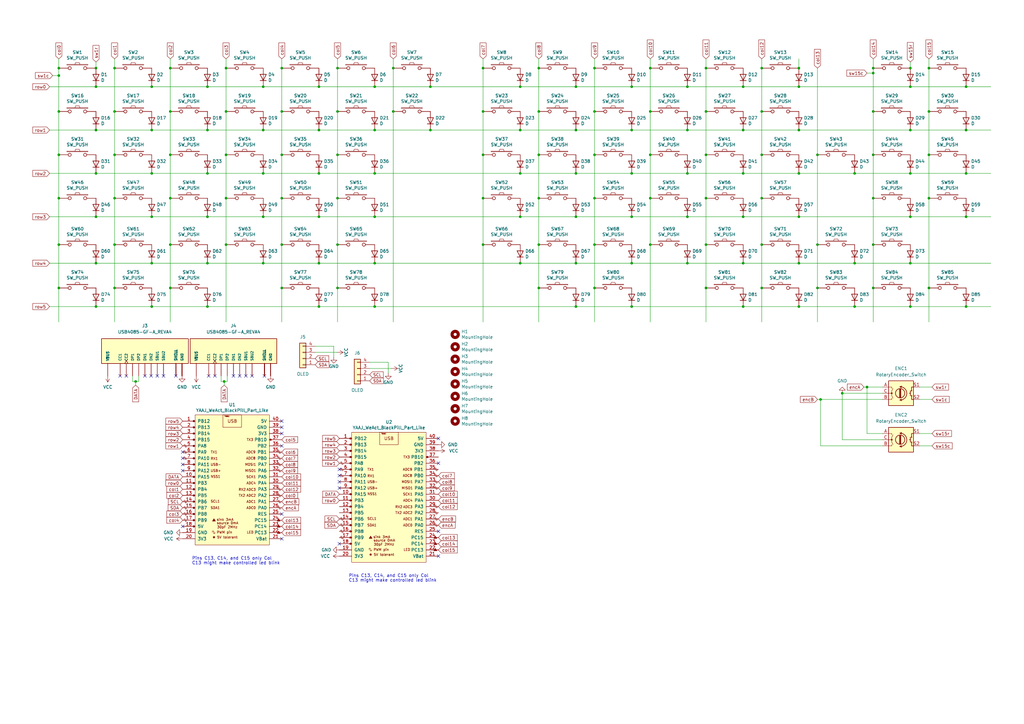
<source format=kicad_sch>
(kicad_sch (version 20211123) (generator eeschema)
  (paper "A3")
  (lib_symbols
    (symbol "Connector_Generic:Conn_01x04" (pin_names (offset 1.016) hide)
      (property "Reference" "J" (at 0 5.08 0))
      (property "Value" "Conn_01x04" (at 0 -7.62 0))
      (symbol "Conn_01x04_1_1"
        (pin passive line (at -5.08 2.54 0) (length 3.81) (name "Pin_1") (number "1"))
        (pin passive line (at -5.08 0 0) (length 3.81) (name "Pin_2") (number "2"))
        (pin passive line (at -5.08 -2.54 0) (length 3.81) (name "Pin_3") (number "3"))
        (pin passive line (at -5.08 -5.08 0) (length 3.81) (name "Pin_4") (number "4"))
      )
    )
    (symbol "Device:D" (pin_numbers hide) (pin_names (offset 1.016) hide)
      (property "Reference" "D" (at 0 2.54 0))
      (property "Value" "D" (at 0 -2.54 0))
      (symbol "D_1_1"
        (pin passive line (at -3.81 0 0) (length 2.54) (name "K") (number "1"))
        (pin passive line (at 3.81 0 180) (length 2.54) (name "A") (number "2"))
      )
    )
    (symbol "Device:RotaryEncoder_Switch" (pin_names (offset 0.254) hide)
      (property "Reference" "SW" (at 0 6.604 0))
      (property "Value" "RotaryEncoder_Switch" (at 0 -6.604 0))
      (symbol "RotaryEncoder_Switch_1_1"
        (pin passive line (at -7.62 2.54 0) (length 2.54) (name "A") (number "A"))
        (pin passive line (at -7.62 -2.54 0) (length 2.54) (name "B") (number "B"))
        (pin passive line (at -7.62 0 0) (length 2.54) (name "C") (number "C"))
        (pin passive line (at 7.62 2.54 180) (length 2.54) (name "S1") (number "S1"))
        (pin passive line (at 7.62 -2.54 180) (length 2.54) (name "S2") (number "S2"))
      )
    )
    (symbol "Mechanical:MountingHole" (pin_names (offset 1.016))
      (property "Reference" "H" (at 0 5.08 0))
      (property "Value" "MountingHole" (at 0 3.175 0))
    )
    (symbol "USB4085-GF-A_REVA4:USB4085-GF-A_REVA4" (pin_numbers hide) (pin_names (offset 1.016))
      (property "Reference" "J" (at -5.1054 18.3134 0))
      (property "Value" "USB4085-GF-A_REVA4" (at -5.1054 -20.3708 0))
      (symbol "USB4085-GF-A_REVA4_0_0"
        (pin passive line (at -10.16 -15.24 0) (length 5.08) (name "GND") (number "A1"))
        (pin passive line (at -10.16 -15.24 0) (length 5.08) (name "GND") (number "A12"))
        (pin power_in line (at -10.16 15.24 0) (length 5.08) (name "VBUS") (number "A4"))
        (pin bidirectional line (at -10.16 10.16 0) (length 5.08) (name "CC1") (number "A5"))
        (pin bidirectional line (at -10.16 5.08 0) (length 5.08) (name "DP1") (number "A6"))
        (pin bidirectional line (at -10.16 0 0) (length 5.08) (name "DN1") (number "A7"))
        (pin bidirectional line (at -10.16 -5.08 0) (length 5.08) (name "SBU1") (number "A8"))
        (pin power_in line (at -10.16 15.24 0) (length 5.08) (name "VBUS") (number "A9"))
        (pin passive line (at -10.16 -15.24 0) (length 5.08) (name "GND") (number "B1"))
        (pin passive line (at -10.16 -15.24 0) (length 5.08) (name "GND") (number "B12"))
        (pin power_in line (at -10.16 15.24 0) (length 5.08) (name "VBUS") (number "B4"))
        (pin bidirectional clock (at -10.16 7.62 0) (length 5.08) (name "CC2") (number "B5"))
        (pin bidirectional line (at -10.16 2.54 0) (length 5.08) (name "DP2") (number "B6"))
        (pin bidirectional line (at -10.16 -2.54 0) (length 5.08) (name "DN2") (number "B7"))
        (pin bidirectional line (at -10.16 -7.62 0) (length 5.08) (name "SBU2") (number "B8"))
        (pin power_in line (at -10.16 15.24 0) (length 5.08) (name "VBUS") (number "B9"))
        (pin passive line (at -10.16 -12.7 0) (length 5.08) (name "SHELL") (number "P1"))
        (pin passive line (at -10.16 -12.7 0) (length 5.08) (name "SHELL") (number "P2"))
        (pin passive line (at -10.16 -12.7 0) (length 5.08) (name "SHELL") (number "P3"))
        (pin passive line (at -10.16 -12.7 0) (length 5.08) (name "SHELL") (number "P4"))
      )
    )
    (symbol "YAAJ_WeAct_BlackPill_Part_Like:YAAJ_WeAct_BlackPill_Part_Like" (pin_names (offset 1.016))
      (property "Reference" "U" (at -12.7 27.94 0))
      (property "Value" "YAAJ_WeAct_BlackPill_Part_Like" (at 0 2.54 90))
      (symbol "YAAJ_WeAct_BlackPill_Part_Like_0_0"
        (text "30pF 2MHz" (at -2.032 -20.574 0) (effects (font (size 0.9906 0.9906))))
        (text "5V tolerant" (at -2.032 -24.765 0) (effects (font (size 0.9906 0.9906))))
        (text "ADC0" (at 7.747 -12.7 0) (effects (font (size 0.9906 0.9906))))
        (text "ADC1" (at 7.747 -10.16 0) (effects (font (size 0.9906 0.9906))))
        (text "ADC2" (at 7.747 -7.62 0) (effects (font (size 0.9906 0.9906))))
        (text "ADC3" (at 7.747 -5.207 0) (effects (font (size 0.9906 0.9906))))
        (text "ADC4" (at 7.747 -2.54 0) (effects (font (size 0.9906 0.9906))))
        (text "ADC8" (at 7.62 7.62 0) (effects (font (size 0.9906 0.9906))))
        (text "ADC9" (at 7.62 10.16 0) (effects (font (size 0.9906 0.9906))))
        (text "LED" (at 7.366 -22.733 0) (effects (font (size 0.9906 0.9906))))
        (text "MISO1" (at 7.493 2.54 0) (effects (font (size 0.9906 0.9906))))
        (text "MOSI1" (at 7.493 5.08 0) (effects (font (size 0.9906 0.9906))))
        (text "NSS1" (at -6.858 0.127 0) (effects (font (size 0.9906 0.9906))))
        (text "PWM pin" (at -3.175 -22.733 0) (effects (font (size 0.9906 0.9906))))
        (text "RX1" (at -7.366 7.493 0) (effects (font (size 0.9906 0.9906))))
        (text "RX2" (at 4.064 -5.207 0) (effects (font (size 0.9906 0.9906))))
        (text "SCK1" (at 7.747 0 0) (effects (font (size 0.9906 0.9906))))
        (text "SCL1" (at -6.985 -10.033 0) (effects (font (size 0.9906 0.9906))))
        (text "SDA1" (at -6.985 -12.7 0) (effects (font (size 0.9906 0.9906))))
        (text "sink 3mA" (at -2.921 -17.526 0) (effects (font (size 0.9906 0.9906))))
        (text "source 0mA" (at -1.905 -18.923 0) (effects (font (size 0.9906 0.9906))))
        (text "TX1" (at -7.493 10.16 0) (effects (font (size 0.9906 0.9906))))
        (text "TX2" (at 3.937 -7.62 0) (effects (font (size 0.9906 0.9906))))
        (text "TX3" (at 7.239 15.24 0) (effects (font (size 0.9906 0.9906))))
        (text "USB" (at 0 22.86 0) (effects (font (size 1.27 1.27))))
        (text "USB+" (at -6.731 2.54 0) (effects (font (size 0.9906 0.9906))))
        (text "USB-" (at -6.731 5.08 0) (effects (font (size 0.9906 0.9906))))
        (text "Y@@J" (at -2.159 24.892 0) (effects (font (size 0.508 0.508))))
      )
      (symbol "YAAJ_WeAct_BlackPill_Part_Like_1_1"
        (pin bidirectional line (at -20.32 22.86 0) (length 5.08) (name "PB12") (number "1"))
        (pin bidirectional line (at -20.32 0 0) (length 5.08) (name "PA15") (number "10"))
        (pin bidirectional line (at -20.32 -2.54 0) (length 5.08) (name "PB3") (number "11"))
        (pin bidirectional line (at -20.32 -5.08 0) (length 5.08) (name "PB4") (number "12"))
        (pin bidirectional line (at -20.32 -7.62 0) (length 5.08) (name "PB5") (number "13"))
        (pin bidirectional line (at -20.32 -10.16 0) (length 5.08) (name "PB6") (number "14"))
        (pin bidirectional line (at -20.32 -12.7 0) (length 5.08) (name "PB7") (number "15"))
        (pin bidirectional line (at -20.32 -15.24 0) (length 5.08) (name "PB8") (number "16"))
        (pin bidirectional line (at -20.32 -17.78 0) (length 5.08) (name "PB9") (number "17"))
        (pin power_in line (at -20.32 -20.32 0) (length 5.08) (name "5V") (number "18"))
        (pin power_in line (at -20.32 -22.86 0) (length 5.08) (name "GND") (number "19"))
        (pin bidirectional line (at -20.32 20.32 0) (length 5.08) (name "PB13") (number "2"))
        (pin power_in line (at -20.32 -25.4 0) (length 5.08) (name "3V3") (number "20"))
        (pin power_in line (at 20.32 -25.4 180) (length 5.08) (name "VBat") (number "21"))
        (pin bidirectional line (at 20.32 -22.86 180) (length 5.08) (name "PC13") (number "22"))
        (pin bidirectional line (at 20.32 -20.32 180) (length 5.08) (name "PC14") (number "23"))
        (pin bidirectional line (at 20.32 -17.78 180) (length 5.08) (name "PC15") (number "24"))
        (pin input line (at 20.32 -15.24 180) (length 5.08) (name "RES") (number "25"))
        (pin bidirectional line (at 20.32 -12.7 180) (length 5.08) (name "PA0") (number "26"))
        (pin bidirectional line (at 20.32 -10.16 180) (length 5.08) (name "PA1") (number "27"))
        (pin bidirectional line (at 20.32 -7.62 180) (length 5.08) (name "PA2") (number "28"))
        (pin bidirectional line (at 20.32 -5.08 180) (length 5.08) (name "PA3") (number "29"))
        (pin bidirectional line (at -20.32 17.78 0) (length 5.08) (name "PB14") (number "3"))
        (pin bidirectional line (at 20.32 -2.54 180) (length 5.08) (name "PA4") (number "30"))
        (pin bidirectional line (at 20.32 0 180) (length 5.08) (name "PA5") (number "31"))
        (pin bidirectional line (at 20.32 2.54 180) (length 5.08) (name "PA6") (number "32"))
        (pin bidirectional line (at 20.32 5.08 180) (length 5.08) (name "PA7") (number "33"))
        (pin bidirectional line (at 20.32 7.62 180) (length 5.08) (name "PB0") (number "34"))
        (pin bidirectional line (at 20.32 10.16 180) (length 5.08) (name "PB1") (number "35"))
        (pin bidirectional line (at 20.32 12.7 180) (length 5.08) (name "PB2") (number "36"))
        (pin bidirectional line (at 20.32 15.24 180) (length 5.08) (name "PB10") (number "37"))
        (pin power_in line (at 20.32 17.78 180) (length 5.08) (name "3V3") (number "38"))
        (pin power_in line (at 20.32 20.32 180) (length 5.08) (name "GND") (number "39"))
        (pin bidirectional line (at -20.32 15.24 0) (length 5.08) (name "PB15") (number "4"))
        (pin power_in line (at 20.32 22.86 180) (length 5.08) (name "5V") (number "40"))
        (pin bidirectional line (at -20.32 12.7 0) (length 5.08) (name "PA8") (number "5"))
        (pin bidirectional line (at -20.32 10.16 0) (length 5.08) (name "PA9") (number "6"))
        (pin bidirectional line (at -20.32 7.62 0) (length 5.08) (name "PA10") (number "7"))
        (pin bidirectional line (at -20.32 5.08 0) (length 5.08) (name "PA11") (number "8"))
        (pin bidirectional line (at -20.32 2.54 0) (length 5.08) (name "PA12") (number "9"))
      )
    )
    (symbol "kbd:SW_PUSH" (pin_numbers hide) (pin_names (offset 1.016) hide)
      (property "Reference" "SW" (at 3.81 2.794 0))
      (property "Value" "SW_PUSH" (at 0 -2.032 0))
      (symbol "SW_PUSH_0_1"
        (pin passive inverted (at -7.62 0 0) (length 5.08) (name "1") (number "1"))
        (pin passive inverted (at 7.62 0 180) (length 5.08) (name "2") (number "2"))
      )
    )
    (symbol "power:GND" (power) (pin_names (offset 0))
      (property "Value" "GND" (at 0 -3.81 0))
      (symbol "GND_1_1"
        (pin power_in line (at 0 0 270) (length 0) hide (name "GND") (number "1"))
      )
    )
    (symbol "power:VCC" (power) (pin_names (offset 0))
      (property "Value" "VCC" (at 0 3.81 0))
      (symbol "VCC_1_1"
        (pin power_in line (at 0 0 90) (length 0) hide (name "VCC") (number "1"))
      )
    )
  )
  (junction (at 381 45.72))
  (junction (at 46.99 100.33))
  (junction (at 24.13 118.11))
  (junction (at 243.84 63.5))
  (junction (at 24.13 100.33))
  (junction (at 46.99 45.72))
  (junction (at 236.22 53.34))
  (junction (at 236.22 35.56))
  (junction (at 396.24 53.34))
  (junction (at 373.38 71.12))
  (junction (at 62.23 88.9))
  (junction (at 69.85 81.28))
  (junction (at 304.8 88.9))
  (junction (at 304.8 107.95))
  (junction (at 39.37 125.73))
  (junction (at 138.43 27.94))
  (junction (at 115.57 63.5))
  (junction (at 176.53 53.34))
  (junction (at 107.95 107.95))
  (junction (at 220.98 100.33))
  (junction (at 373.38 27.94))
  (junction (at 176.53 35.56))
  (junction (at 289.56 118.11))
  (junction (at 236.22 88.9))
  (junction (at 312.42 45.72))
  (junction (at 107.95 53.34))
  (junction (at 304.8 125.73))
  (junction (at 153.67 71.12))
  (junction (at 350.52 71.12))
  (junction (at 373.38 35.56))
  (junction (at 243.84 81.28))
  (junction (at 236.22 125.73))
  (junction (at 213.36 88.9))
  (junction (at 130.81 88.9))
  (junction (at 327.66 88.9))
  (junction (at 153.67 88.9))
  (junction (at 220.98 81.28))
  (junction (at 115.57 81.28))
  (junction (at 358.14 100.33))
  (junction (at 327.66 27.94))
  (junction (at 115.57 100.33))
  (junction (at 327.66 35.56))
  (junction (at 373.38 53.34))
  (junction (at 381 81.28))
  (junction (at 24.13 30.988))
  (junction (at 350.52 125.73))
  (junction (at 153.67 107.95))
  (junction (at 46.99 27.94))
  (junction (at 289.56 63.5))
  (junction (at 243.84 100.33))
  (junction (at 345.44 161.29))
  (junction (at 373.38 88.9))
  (junction (at 281.94 35.56))
  (junction (at 281.94 53.34))
  (junction (at 130.81 35.56))
  (junction (at 138.43 45.72))
  (junction (at 198.12 45.72))
  (junction (at 220.98 63.5))
  (junction (at 69.85 100.33))
  (junction (at 107.95 88.9))
  (junction (at 336.55 163.83))
  (junction (at 289.56 81.28))
  (junction (at 358.14 27.94))
  (junction (at 259.08 88.9))
  (junction (at 39.37 88.9))
  (junction (at 312.42 100.33))
  (junction (at 259.08 125.73))
  (junction (at 327.66 71.12))
  (junction (at 327.66 125.73))
  (junction (at 358.14 45.72))
  (junction (at 24.13 27.94))
  (junction (at 259.08 53.34))
  (junction (at 46.99 81.28))
  (junction (at 266.7 27.94))
  (junction (at 115.57 118.11))
  (junction (at 381 27.94))
  (junction (at 355.6 158.75))
  (junction (at 46.99 118.11))
  (junction (at 24.13 81.28))
  (junction (at 107.95 71.12))
  (junction (at 381 118.11))
  (junction (at 213.36 35.56))
  (junction (at 281.94 71.12))
  (junction (at 381 63.5))
  (junction (at 396.24 125.73))
  (junction (at 39.37 53.34))
  (junction (at 198.12 27.94))
  (junction (at 266.7 100.33))
  (junction (at 220.98 27.94))
  (junction (at 373.38 125.73))
  (junction (at 69.85 118.11))
  (junction (at 39.37 35.56))
  (junction (at 266.7 81.28))
  (junction (at 115.57 27.94))
  (junction (at 130.81 107.95))
  (junction (at 396.24 88.9))
  (junction (at 243.84 118.11))
  (junction (at 62.23 125.73))
  (junction (at 213.36 53.34))
  (junction (at 236.22 71.12))
  (junction (at 85.09 107.95))
  (junction (at 39.37 71.12))
  (junction (at 92.71 81.28))
  (junction (at 350.52 107.95))
  (junction (at 55.626 156.464))
  (junction (at 39.37 107.95))
  (junction (at 396.24 35.56))
  (junction (at 289.56 100.33))
  (junction (at 281.94 107.95))
  (junction (at 92.71 45.72))
  (junction (at 92.71 63.5))
  (junction (at 243.84 27.94))
  (junction (at 161.29 27.94))
  (junction (at 24.13 63.5))
  (junction (at 281.94 88.9))
  (junction (at 161.29 45.72))
  (junction (at 312.42 81.28))
  (junction (at 62.23 53.34))
  (junction (at 39.37 27.94))
  (junction (at 259.08 107.95))
  (junction (at 304.8 71.12))
  (junction (at 358.14 63.5))
  (junction (at 358.14 29.972))
  (junction (at 138.43 63.5))
  (junction (at 85.09 35.56))
  (junction (at 69.85 27.94))
  (junction (at 335.28 63.5))
  (junction (at 289.56 27.94))
  (junction (at 107.95 35.56))
  (junction (at 220.98 118.11))
  (junction (at 220.98 45.72))
  (junction (at 213.36 107.95))
  (junction (at 358.14 118.11))
  (junction (at 69.85 45.72))
  (junction (at 396.24 71.12))
  (junction (at 304.8 53.34))
  (junction (at 266.7 45.72))
  (junction (at 24.13 45.72))
  (junction (at 85.09 125.73))
  (junction (at 138.43 100.33))
  (junction (at 327.66 107.95))
  (junction (at 85.09 53.34))
  (junction (at 92.71 27.94))
  (junction (at 62.23 71.12))
  (junction (at 138.43 118.11))
  (junction (at 153.67 125.73))
  (junction (at 289.56 45.72))
  (junction (at 85.09 88.9))
  (junction (at 358.14 81.28))
  (junction (at 335.28 118.11))
  (junction (at 312.42 118.11))
  (junction (at 130.81 71.12))
  (junction (at 130.81 125.73))
  (junction (at 213.36 71.12))
  (junction (at 236.22 107.95))
  (junction (at 138.43 81.28))
  (junction (at 304.8 35.56))
  (junction (at 327.66 53.34))
  (junction (at 115.57 45.72))
  (junction (at 46.99 63.5))
  (junction (at 373.38 107.95))
  (junction (at 259.08 35.56))
  (junction (at 92.71 100.33))
  (junction (at 243.84 45.72))
  (junction (at 153.67 35.56))
  (junction (at 153.67 53.34))
  (junction (at 266.7 63.5))
  (junction (at 259.08 71.12))
  (junction (at 312.42 27.94))
  (junction (at 69.85 63.5))
  (junction (at 62.23 107.95))
  (junction (at 198.12 100.33))
  (junction (at 198.12 63.5))
  (junction (at 85.09 71.12))
  (junction (at 62.23 35.56))
  (junction (at 198.12 81.28))
  (junction (at 312.42 63.5))
  (junction (at 91.948 156.464))
  (junction (at 130.81 53.34))
  (junction (at 335.28 100.33))
  (no_connect (at 179.832 217.932))
  (no_connect (at 179.832 179.832))
  (no_connect (at 100.838 154.178))
  (no_connect (at 103.378 154.178))
  (no_connect (at 108.458 154.178))
  (no_connect (at 85.598 154.178))
  (no_connect (at 88.138 154.178))
  (no_connect (at 95.758 154.178))
  (no_connect (at 98.298 154.178))
  (no_connect (at 115.57 220.98))
  (no_connect (at 139.192 195.072))
  (no_connect (at 49.276 154.178))
  (no_connect (at 51.816 154.178))
  (no_connect (at 59.436 154.178))
  (no_connect (at 61.976 154.178))
  (no_connect (at 64.516 154.178))
  (no_connect (at 67.056 154.178))
  (no_connect (at 72.136 154.178))
  (no_connect (at 115.57 210.82))
  (no_connect (at 74.93 215.9))
  (no_connect (at 115.57 175.26))
  (no_connect (at 115.57 177.8))
  (no_connect (at 139.192 200.152))
  (no_connect (at 115.57 182.88))
  (no_connect (at 115.57 172.72))
  (no_connect (at 179.832 189.992))
  (no_connect (at 74.93 185.42))
  (no_connect (at 139.192 223.012))
  (no_connect (at 139.192 192.532))
  (no_connect (at 139.192 197.612))
  (no_connect (at 179.832 228.092))
  (no_connect (at 74.93 193.04))
  (no_connect (at 74.93 190.5))
  (no_connect (at 74.93 187.96))
  (wire (pts (xy 281.94 53.34) (xy 304.8 53.34)))
  (wire (pts (xy 213.36 53.34) (xy 236.22 53.34)))
  (wire (pts (xy 24.13 63.5) (xy 24.13 81.28)))
  (wire (pts (xy 304.8 35.56) (xy 327.66 35.56)))
  (wire (pts (xy 92.71 100.33) (xy 92.71 132.08)))
  (wire (pts (xy 115.57 24.13) (xy 115.57 27.94)))
  (wire (pts (xy 85.09 53.34) (xy 107.95 53.34)))
  (wire (pts (xy 304.8 107.95) (xy 327.66 107.95)))
  (wire (pts (xy 62.23 53.34) (xy 85.09 53.34)))
  (wire (pts (xy 115.57 81.28) (xy 115.57 100.33)))
  (wire (pts (xy 381 118.11) (xy 381 132.08)))
  (wire (pts (xy 107.95 35.56) (xy 130.81 35.56)))
  (wire (pts (xy 136.906 146.431) (xy 136.906 141.986)))
  (wire (pts (xy 198.12 27.94) (xy 198.12 45.72)))
  (wire (pts (xy 289.56 81.28) (xy 289.56 100.33)))
  (wire (pts (xy 396.24 53.34) (xy 406.4 53.34)))
  (wire (pts (xy 373.38 25.4) (xy 373.38 27.94)))
  (wire (pts (xy 130.81 35.56) (xy 153.67 35.56)))
  (wire (pts (xy 396.24 88.9) (xy 406.4 88.9)))
  (wire (pts (xy 39.37 88.9) (xy 62.23 88.9)))
  (wire (pts (xy 24.13 100.33) (xy 24.13 118.11)))
  (wire (pts (xy 327.66 35.56) (xy 373.38 35.56)))
  (wire (pts (xy 24.13 118.11) (xy 24.13 132.08)))
  (wire (pts (xy 62.23 71.12) (xy 85.09 71.12)))
  (wire (pts (xy 85.09 35.56) (xy 107.95 35.56)))
  (wire (pts (xy 39.37 125.73) (xy 62.23 125.73)))
  (wire (pts (xy 266.7 24.13) (xy 266.7 27.94)))
  (wire (pts (xy 312.42 100.33) (xy 312.42 118.11)))
  (wire (pts (xy 91.948 156.464) (xy 91.948 157.988)))
  (wire (pts (xy 85.09 71.12) (xy 107.95 71.12)))
  (wire (pts (xy 107.95 88.9) (xy 130.81 88.9)))
  (wire (pts (xy 361.95 163.83) (xy 336.55 163.83)))
  (wire (pts (xy 236.22 71.12) (xy 259.08 71.12)))
  (wire (pts (xy 20.32 125.73) (xy 39.37 125.73)))
  (wire (pts (xy 39.37 71.12) (xy 62.23 71.12)))
  (wire (pts (xy 358.14 29.972) (xy 358.14 45.72)))
  (wire (pts (xy 220.98 63.5) (xy 220.98 81.28)))
  (wire (pts (xy 312.42 118.11) (xy 312.42 132.08)))
  (wire (pts (xy 373.38 107.95) (xy 406.4 107.95)))
  (wire (pts (xy 377.19 177.8) (xy 382.27 177.8)))
  (wire (pts (xy 91.948 156.464) (xy 93.218 156.464)))
  (wire (pts (xy 312.42 45.72) (xy 312.42 63.5)))
  (wire (pts (xy 312.42 63.5) (xy 312.42 81.28)))
  (wire (pts (xy 107.95 107.95) (xy 130.81 107.95)))
  (wire (pts (xy 381 45.72) (xy 381 63.5)))
  (wire (pts (xy 289.56 24.13) (xy 289.56 27.94)))
  (wire (pts (xy 46.99 100.33) (xy 46.99 118.11)))
  (wire (pts (xy 24.13 27.94) (xy 24.13 30.988)))
  (wire (pts (xy 138.43 24.13) (xy 138.43 27.94)))
  (wire (pts (xy 20.32 88.9) (xy 39.37 88.9)))
  (wire (pts (xy 69.85 24.13) (xy 69.85 27.94)))
  (wire (pts (xy 236.22 53.34) (xy 259.08 53.34)))
  (wire (pts (xy 39.37 25.4) (xy 39.37 27.94)))
  (wire (pts (xy 335.28 63.5) (xy 335.28 100.33)))
  (wire (pts (xy 24.13 81.28) (xy 24.13 100.33)))
  (wire (pts (xy 327.66 71.12) (xy 350.52 71.12)))
  (wire (pts (xy 377.19 163.83) (xy 382.27 163.83)))
  (wire (pts (xy 62.23 125.73) (xy 85.09 125.73)))
  (wire (pts (xy 358.14 45.72) (xy 358.14 63.5)))
  (wire (pts (xy 198.12 45.72) (xy 198.12 63.5)))
  (wire (pts (xy 327.66 24.13) (xy 327.66 27.94)))
  (wire (pts (xy 373.38 71.12) (xy 396.24 71.12)))
  (wire (pts (xy 396.24 71.12) (xy 406.4 71.12)))
  (wire (pts (xy 138.43 63.5) (xy 138.43 81.28)))
  (wire (pts (xy 220.98 118.11) (xy 220.98 132.08)))
  (wire (pts (xy 345.44 180.34) (xy 361.95 180.34)))
  (wire (pts (xy 220.98 81.28) (xy 220.98 100.33)))
  (wire (pts (xy 377.19 158.75) (xy 382.27 158.75)))
  (wire (pts (xy 259.08 107.95) (xy 281.94 107.95)))
  (wire (pts (xy 93.218 154.178) (xy 93.218 156.464)))
  (wire (pts (xy 220.98 45.72) (xy 220.98 63.5)))
  (wire (pts (xy 153.67 125.73) (xy 236.22 125.73)))
  (wire (pts (xy 336.55 163.83) (xy 336.55 182.88)))
  (wire (pts (xy 396.24 35.56) (xy 406.4 35.56)))
  (wire (pts (xy 46.99 27.94) (xy 46.99 45.72)))
  (wire (pts (xy 350.52 71.12) (xy 373.38 71.12)))
  (wire (pts (xy 24.13 24.13) (xy 24.13 27.94)))
  (wire (pts (xy 358.14 27.94) (xy 358.14 29.972)))
  (wire (pts (xy 107.95 71.12) (xy 130.81 71.12)))
  (wire (pts (xy 312.42 81.28) (xy 312.42 100.33)))
  (wire (pts (xy 220.98 27.94) (xy 220.98 45.72)))
  (wire (pts (xy 69.85 27.94) (xy 69.85 45.72)))
  (wire (pts (xy 46.99 45.72) (xy 46.99 63.5)))
  (wire (pts (xy 153.67 88.9) (xy 213.36 88.9)))
  (wire (pts (xy 220.98 100.33) (xy 220.98 118.11)))
  (wire (pts (xy 281.94 35.56) (xy 304.8 35.56)))
  (wire (pts (xy 138.43 118.11) (xy 138.43 132.08)))
  (wire (pts (xy 358.14 81.28) (xy 358.14 100.33)))
  (wire (pts (xy 54.356 154.178) (xy 54.356 156.464)))
  (wire (pts (xy 176.53 53.34) (xy 213.36 53.34)))
  (wire (pts (xy 153.67 35.56) (xy 176.53 35.56)))
  (wire (pts (xy 327.66 88.9) (xy 373.38 88.9)))
  (wire (pts (xy 243.84 118.11) (xy 243.84 132.08)))
  (wire (pts (xy 92.71 81.28) (xy 92.71 100.33)))
  (wire (pts (xy 354.33 158.75) (xy 355.6 158.75)))
  (wire (pts (xy 55.626 156.464) (xy 55.626 157.988)))
  (wire (pts (xy 345.44 161.29) (xy 345.44 180.34)))
  (wire (pts (xy 198.12 81.28) (xy 198.12 100.33)))
  (wire (pts (xy 358.14 100.33) (xy 358.14 118.11)))
  (wire (pts (xy 289.56 118.11) (xy 289.56 132.08)))
  (wire (pts (xy 198.12 24.13) (xy 198.12 27.94)))
  (wire (pts (xy 39.37 35.56) (xy 62.23 35.56)))
  (wire (pts (xy 69.85 45.72) (xy 69.85 63.5)))
  (wire (pts (xy 138.43 27.94) (xy 138.43 45.72)))
  (wire (pts (xy 220.98 24.13) (xy 220.98 27.94)))
  (wire (pts (xy 213.36 107.95) (xy 236.22 107.95)))
  (wire (pts (xy 327.66 53.34) (xy 373.38 53.34)))
  (wire (pts (xy 55.626 156.464) (xy 56.896 156.464)))
  (wire (pts (xy 69.85 81.28) (xy 69.85 100.33)))
  (wire (pts (xy 161.29 24.13) (xy 161.29 27.94)))
  (wire (pts (xy 281.94 71.12) (xy 304.8 71.12)))
  (wire (pts (xy 236.22 35.56) (xy 259.08 35.56)))
  (wire (pts (xy 327.66 125.73) (xy 350.52 125.73)))
  (wire (pts (xy 198.12 63.5) (xy 198.12 81.28)))
  (wire (pts (xy 24.13 45.72) (xy 24.13 63.5)))
  (wire (pts (xy 266.7 63.5) (xy 266.7 81.28)))
  (wire (pts (xy 345.44 161.036) (xy 345.44 161.29)))
  (wire (pts (xy 161.29 27.94) (xy 161.29 45.72)))
  (wire (pts (xy 92.71 27.94) (xy 92.71 45.72)))
  (wire (pts (xy 243.84 81.28) (xy 243.84 100.33)))
  (wire (pts (xy 138.43 81.28) (xy 138.43 100.33)))
  (wire (pts (xy 21.59 30.988) (xy 24.13 30.988)))
  (wire (pts (xy 266.7 81.28) (xy 266.7 100.33)))
  (wire (pts (xy 153.67 107.95) (xy 213.36 107.95)))
  (wire (pts (xy 90.678 156.464) (xy 91.948 156.464)))
  (wire (pts (xy 281.94 88.9) (xy 304.8 88.9)))
  (wire (pts (xy 304.8 71.12) (xy 327.66 71.12)))
  (wire (pts (xy 62.23 35.56) (xy 85.09 35.56)))
  (wire (pts (xy 115.57 27.94) (xy 115.57 45.72)))
  (wire (pts (xy 243.84 27.94) (xy 243.84 45.72)))
  (wire (pts (xy 355.6 158.75) (xy 361.95 158.75)))
  (wire (pts (xy 107.95 53.34) (xy 130.81 53.34)))
  (wire (pts (xy 69.85 118.11) (xy 69.85 132.08)))
  (wire (pts (xy 304.8 53.34) (xy 327.66 53.34)))
  (wire (pts (xy 92.71 24.13) (xy 92.71 27.94)))
  (wire (pts (xy 355.6 177.8) (xy 355.6 158.75)))
  (wire (pts (xy 46.99 118.11) (xy 46.99 132.08)))
  (wire (pts (xy 304.8 88.9) (xy 327.66 88.9)))
  (wire (pts (xy 46.99 24.13) (xy 46.99 27.94)))
  (wire (pts (xy 243.84 45.72) (xy 243.84 63.5)))
  (wire (pts (xy 138.43 100.33) (xy 138.43 118.11)))
  (wire (pts (xy 361.95 182.88) (xy 336.55 182.88)))
  (wire (pts (xy 281.94 107.95) (xy 304.8 107.95)))
  (wire (pts (xy 20.32 53.34) (xy 39.37 53.34)))
  (wire (pts (xy 335.28 27.94) (xy 335.28 63.5)))
  (wire (pts (xy 213.36 35.56) (xy 236.22 35.56)))
  (wire (pts (xy 259.08 35.56) (xy 281.94 35.56)))
  (wire (pts (xy 355.6 29.972) (xy 358.14 29.972)))
  (wire (pts (xy 381 24.13) (xy 381 27.94)))
  (wire (pts (xy 46.99 81.28) (xy 46.99 100.33)))
  (wire (pts (xy 327.66 107.95) (xy 350.52 107.95)))
  (wire (pts (xy 289.56 45.72) (xy 289.56 63.5)))
  (wire (pts (xy 159.258 148.59) (xy 151.638 148.59)))
  (wire (pts (xy 69.85 63.5) (xy 69.85 81.28)))
  (wire (pts (xy 345.44 161.29) (xy 361.95 161.29)))
  (wire (pts (xy 259.08 71.12) (xy 281.94 71.12)))
  (wire (pts (xy 259.08 53.34) (xy 281.94 53.34)))
  (wire (pts (xy 90.678 154.178) (xy 90.678 156.464)))
  (wire (pts (xy 129.286 144.526) (xy 138.176 144.526)))
  (wire (pts (xy 85.09 107.95) (xy 107.95 107.95)))
  (wire (pts (xy 259.08 88.9) (xy 281.94 88.9)))
  (wire (pts (xy 236.22 125.73) (xy 259.08 125.73)))
  (wire (pts (xy 373.38 88.9) (xy 396.24 88.9)))
  (wire (pts (xy 115.57 118.11) (xy 115.57 132.08)))
  (wire (pts (xy 381 27.94) (xy 381 45.72)))
  (wire (pts (xy 243.84 24.13) (xy 243.84 27.94)))
  (wire (pts (xy 92.71 45.72) (xy 92.71 63.5)))
  (wire (pts (xy 259.08 125.73) (xy 304.8 125.73)))
  (wire (pts (xy 373.38 125.73) (xy 396.24 125.73)))
  (wire (pts (xy 20.32 35.56) (xy 39.37 35.56)))
  (wire (pts (xy 335.28 100.33) (xy 335.28 118.11)))
  (wire (pts (xy 20.32 107.95) (xy 39.37 107.95)))
  (wire (pts (xy 312.42 27.94) (xy 312.42 45.72)))
  (wire (pts (xy 85.09 125.73) (xy 130.81 125.73)))
  (wire (pts (xy 312.42 24.13) (xy 312.42 27.94)))
  (wire (pts (xy 358.14 24.13) (xy 358.14 27.94)))
  (wire (pts (xy 266.7 100.33) (xy 266.7 132.08)))
  (wire (pts (xy 20.32 71.12) (xy 39.37 71.12)))
  (wire (pts (xy 358.14 118.11) (xy 358.14 132.08)))
  (wire (pts (xy 39.37 107.95) (xy 62.23 107.95)))
  (wire (pts (xy 136.906 141.986) (xy 129.286 141.986)))
  (wire (pts (xy 243.84 100.33) (xy 243.84 118.11)))
  (wire (pts (xy 304.8 125.73) (xy 327.66 125.73)))
  (wire (pts (xy 381 63.5) (xy 381 81.28)))
  (wire (pts (xy 355.6 177.8) (xy 361.95 177.8)))
  (wire (pts (xy 176.53 35.56) (xy 213.36 35.56)))
  (wire (pts (xy 236.22 88.9) (xy 259.08 88.9)))
  (wire (pts (xy 198.12 100.33) (xy 198.12 132.08)))
  (wire (pts (xy 358.14 63.5) (xy 358.14 81.28)))
  (wire (pts (xy 236.22 107.95) (xy 259.08 107.95)))
  (wire (pts (xy 92.71 63.5) (xy 92.71 81.28)))
  (wire (pts (xy 115.57 100.33) (xy 115.57 118.11)))
  (wire (pts (xy 69.85 100.33) (xy 69.85 118.11)))
  (wire (pts (xy 130.81 125.73) (xy 153.67 125.73)))
  (wire (pts (xy 85.09 88.9) (xy 107.95 88.9)))
  (wire (pts (xy 62.23 107.95) (xy 85.09 107.95)))
  (wire (pts (xy 115.57 63.5) (xy 115.57 81.28)))
  (wire (pts (xy 335.28 118.11) (xy 335.28 132.08)))
  (wire (pts (xy 46.99 63.5) (xy 46.99 81.28)))
  (wire (pts (xy 153.67 71.12) (xy 213.36 71.12)))
  (wire (pts (xy 161.29 45.72) (xy 161.29 132.08)))
  (wire (pts (xy 153.67 53.34) (xy 176.53 53.34)))
  (wire (pts (xy 56.896 154.178) (xy 56.896 156.464)))
  (wire (pts (xy 266.7 27.94) (xy 266.7 45.72)))
  (wire (pts (xy 159.258 153.035) (xy 159.258 148.59)))
  (wire (pts (xy 213.36 71.12) (xy 236.22 71.12)))
  (wire (pts (xy 289.56 100.33) (xy 289.56 118.11)))
  (wire (pts (xy 213.36 88.9) (xy 236.22 88.9)))
  (wire (pts (xy 350.52 125.73) (xy 373.38 125.73)))
  (wire (pts (xy 373.38 53.34) (xy 396.24 53.34)))
  (wire (pts (xy 377.19 182.88) (xy 382.27 182.88)))
  (wire (pts (xy 289.56 27.94) (xy 289.56 45.72)))
  (wire (pts (xy 373.38 35.56) (xy 396.24 35.56)))
  (wire (pts (xy 54.356 156.464) (xy 55.626 156.464)))
  (wire (pts (xy 138.43 45.72) (xy 138.43 63.5)))
  (wire (pts (xy 350.52 107.95) (xy 373.38 107.95)))
  (wire (pts (xy 130.81 88.9) (xy 153.67 88.9)))
  (wire (pts (xy 336.55 163.83) (xy 335.28 163.83)))
  (wire (pts (xy 39.37 53.34) (xy 62.23 53.34)))
  (wire (pts (xy 151.638 151.13) (xy 160.528 151.13)))
  (wire (pts (xy 381 81.28) (xy 381 118.11)))
  (wire (pts (xy 266.7 45.72) (xy 266.7 63.5)))
  (wire (pts (xy 115.57 45.72) (xy 115.57 63.5)))
  (wire (pts (xy 62.23 88.9) (xy 85.09 88.9)))
  (wire (pts (xy 130.81 107.95) (xy 153.67 107.95)))
  (wire (pts (xy 130.81 53.34) (xy 153.67 53.34)))
  (wire (pts (xy 130.81 71.12) (xy 153.67 71.12)))
  (wire (pts (xy 243.84 63.5) (xy 243.84 81.28)))
  (wire (pts (xy 289.56 63.5) (xy 289.56 81.28)))
  (wire (pts (xy 24.13 30.988) (xy 24.13 45.72)))
  (wire (pts (xy 396.24 125.73) (xy 406.4 125.73)))
  (text "Pins C13, C14, and C15 only Col" (at 143.002 236.982 0) (effects (font (size 1.27 1.27)) (justify left bottom)))
  (text "C13 might make controlled led blink" (at 78.74 231.775 0) (effects (font (size 1.27 1.27)) (justify left bottom)))
  (text "Pins C13, C14, and C15 only Col" (at 78.74 229.87 0) (effects (font (size 1.27 1.27)) (justify left bottom)))
  (text "C13 might make controlled led blink" (at 143.002 238.887 0) (effects (font (size 1.27 1.27)) (justify left bottom)))
  (global_label "encB" (shape input) (at 179.832 212.852 0) (property "Intersheet References" "${INTERSHEET_REFS}" (effects hide)))
  (global_label "sw15r" (shape input) (at 382.27 177.8 0) (property "Intersheet References" "${INTERSHEET_REFS}" (effects hide)))
  (global_label "col14" (shape input) (at 358.14 24.13 90) (property "Intersheet References" "${INTERSHEET_REFS}" (effects hide)))
  (global_label "col5" (shape input) (at 138.43 24.13 90) (property "Intersheet References" "${INTERSHEET_REFS}" (effects hide)))
  (global_label "col12" (shape input) (at 115.57 200.66 0) (property "Intersheet References" "${INTERSHEET_REFS}" (effects hide)))
  (global_label "col3" (shape input) (at 92.71 24.13 90) (property "Intersheet References" "${INTERSHEET_REFS}" (effects hide)))
  (global_label "row2" (shape input) (at 20.32 71.12 180) (property "Intersheet References" "${INTERSHEET_REFS}" (effects hide)))
  (global_label "row1" (shape input) (at 139.192 189.992 180) (property "Intersheet References" "${INTERSHEET_REFS}" (effects hide)))
  (global_label "col15" (shape input) (at 381 24.13 90) (property "Intersheet References" "${INTERSHEET_REFS}" (effects hide)))
  (global_label "col5" (shape input) (at 115.57 180.34 0) (property "Intersheet References" "${INTERSHEET_REFS}" (effects hide)))
  (global_label "col7" (shape input) (at 179.832 195.072 0) (property "Intersheet References" "${INTERSHEET_REFS}" (effects hide)))
  (global_label "col1" (shape input) (at 74.93 200.66 180) (property "Intersheet References" "${INTERSHEET_REFS}" (effects hide)))
  (global_label "DATA" (shape input) (at 139.192 202.692 180) (property "Intersheet References" "${INTERSHEET_REFS}" (effects hide)))
  (global_label "col8" (shape input) (at 179.832 197.612 0) (property "Intersheet References" "${INTERSHEET_REFS}" (effects hide)))
  (global_label "row5" (shape input) (at 20.32 125.73 180) (property "Intersheet References" "${INTERSHEET_REFS}" (effects hide)))
  (global_label "SCL" (shape input) (at 129.286 147.066 0) (effects (font (size 1.1938 1.1938))) (property "Intersheet References" "${INTERSHEET_REFS}" (effects hide)))
  (global_label "SDA" (shape input) (at 74.93 208.28 180) (property "Intersheet References" "${INTERSHEET_REFS}" (effects hide)))
  (global_label "row1" (shape input) (at 74.93 182.88 180) (property "Intersheet References" "${INTERSHEET_REFS}" (effects hide)))
  (global_label "DATA" (shape input) (at 91.948 157.988 270) (property "Intersheet References" "${INTERSHEET_REFS}" (effects hide)))
  (global_label "SDA" (shape input) (at 139.192 215.392 180) (property "Intersheet References" "${INTERSHEET_REFS}" (effects hide)))
  (global_label "col8" (shape input) (at 220.98 24.13 90) (property "Intersheet References" "${INTERSHEET_REFS}" (effects hide)))
  (global_label "col11" (shape input) (at 179.832 205.232 0) (property "Intersheet References" "${INTERSHEET_REFS}" (effects hide)))
  (global_label "row0" (shape input) (at 20.32 35.56 180) (property "Intersheet References" "${INTERSHEET_REFS}" (effects hide)))
  (global_label "col9" (shape input) (at 243.84 24.13 90) (property "Intersheet References" "${INTERSHEET_REFS}" (effects hide)))
  (global_label "col14" (shape input) (at 179.832 223.012 0) (property "Intersheet References" "${INTERSHEET_REFS}" (effects hide)))
  (global_label "row3" (shape input) (at 139.192 184.912 180) (property "Intersheet References" "${INTERSHEET_REFS}" (effects hide)))
  (global_label "DATA" (shape input) (at 55.626 157.988 270) (property "Intersheet References" "${INTERSHEET_REFS}" (effects hide)))
  (global_label "DATA" (shape input) (at 74.93 195.58 180) (property "Intersheet References" "${INTERSHEET_REFS}" (effects hide)))
  (global_label "row2" (shape input) (at 139.192 187.452 180) (property "Intersheet References" "${INTERSHEET_REFS}" (effects hide)))
  (global_label "encB" (shape input) (at 115.57 205.74 0) (property "Intersheet References" "${INTERSHEET_REFS}" (effects hide)))
  (global_label "row3" (shape input) (at 20.32 88.9 180) (property "Intersheet References" "${INTERSHEET_REFS}" (effects hide)))
  (global_label "col1" (shape input) (at 46.99 24.13 90) (property "Intersheet References" "${INTERSHEET_REFS}" (effects hide)))
  (global_label "row2" (shape input) (at 74.93 180.34 180) (property "Intersheet References" "${INTERSHEET_REFS}" (effects hide)))
  (global_label "col13" (shape input) (at 335.28 27.94 90) (property "Intersheet References" "${INTERSHEET_REFS}" (effects hide)))
  (global_label "col8" (shape input) (at 115.57 190.5 0) (property "Intersheet References" "${INTERSHEET_REFS}" (effects hide)))
  (global_label "col0" (shape input) (at 24.13 24.13 90) (property "Intersheet References" "${INTERSHEET_REFS}" (effects hide)))
  (global_label "col15" (shape input) (at 115.57 218.44 0) (property "Intersheet References" "${INTERSHEET_REFS}" (effects hide)))
  (global_label "SDA" (shape input) (at 129.286 149.606 0) (effects (font (size 1.1938 1.1938))) (property "Intersheet References" "${INTERSHEET_REFS}" (effects hide)))
  (global_label "col6" (shape input) (at 115.57 185.42 0) (property "Intersheet References" "${INTERSHEET_REFS}" (effects hide)))
  (global_label "row0" (shape input) (at 139.192 205.232 180) (property "Intersheet References" "${INTERSHEET_REFS}" (effects hide)))
  (global_label "sw1r" (shape input) (at 382.27 158.75 0) (property "Intersheet References" "${INTERSHEET_REFS}" (effects hide)))
  (global_label "sw1c" (shape input) (at 382.27 163.83 0) (property "Intersheet References" "${INTERSHEET_REFS}" (effects hide)))
  (global_label "col6" (shape input) (at 161.29 24.13 90) (property "Intersheet References" "${INTERSHEET_REFS}" (effects hide)))
  (global_label "encA" (shape input) (at 179.832 215.392 0) (property "Intersheet References" "${INTERSHEET_REFS}" (effects hide)))
  (global_label "encA" (shape input) (at 354.33 158.75 180) (property "Intersheet References" "${INTERSHEET_REFS}" (effects hide)))
  (global_label "row4" (shape input) (at 20.32 107.95 180) (property "Intersheet References" "${INTERSHEET_REFS}" (effects hide)))
  (global_label "col13" (shape input) (at 115.57 213.36 0) (property "Intersheet References" "${INTERSHEET_REFS}" (effects hide)))
  (global_label "col9" (shape input) (at 115.57 193.04 0) (property "Intersheet References" "${INTERSHEET_REFS}" (effects hide)))
  (global_label "SCL" (shape input) (at 151.638 153.67 0) (effects (font (size 1.1938 1.1938))) (property "Intersheet References" "${INTERSHEET_REFS}" (effects hide)))
  (global_label "col4" (shape input) (at 115.57 24.13 90) (property "Intersheet References" "${INTERSHEET_REFS}" (effects hide)))
  (global_label "col14" (shape input) (at 115.57 215.9 0) (property "Intersheet References" "${INTERSHEET_REFS}" (effects hide)))
  (global_label "row4" (shape input) (at 74.93 175.26 180) (property "Intersheet References" "${INTERSHEET_REFS}" (effects hide)))
  (global_label "row5" (shape input) (at 139.192 179.832 180) (property "Intersheet References" "${INTERSHEET_REFS}" (effects hide)))
  (global_label "col10" (shape input) (at 266.7 24.13 90) (property "Intersheet References" "${INTERSHEET_REFS}" (effects hide)))
  (global_label "SDA" (shape input) (at 151.638 156.21 0) (effects (font (size 1.1938 1.1938))) (property "Intersheet References" "${INTERSHEET_REFS}" (effects hide)))
  (global_label "col4" (shape input) (at 74.93 213.36 180) (property "Intersheet References" "${INTERSHEET_REFS}" (effects hide)))
  (global_label "col7" (shape input) (at 198.12 24.13 90) (property "Intersheet References" "${INTERSHEET_REFS}" (effects hide)))
  (global_label "col10" (shape input) (at 115.57 195.58 0) (property "Intersheet References" "${INTERSHEET_REFS}" (effects hide)))
  (global_label "encB" (shape input) (at 335.28 163.83 180) (property "Intersheet References" "${INTERSHEET_REFS}" (effects hide)))
  (global_label "row0" (shape input) (at 74.93 198.12 180) (property "Intersheet References" "${INTERSHEET_REFS}" (effects hide)))
  (global_label "sw15c" (shape input) (at 355.6 29.972 180) (property "Intersheet References" "${INTERSHEET_REFS}" (effects hide)))
  (global_label "col2" (shape input) (at 69.85 24.13 90) (property "Intersheet References" "${INTERSHEET_REFS}" (effects hide)))
  (global_label "row4" (shape input) (at 139.192 182.372 180) (property "Intersheet References" "${INTERSHEET_REFS}" (effects hide)))
  (global_label "col9" (shape input) (at 179.832 200.152 0) (property "Intersheet References" "${INTERSHEET_REFS}" (effects hide)))
  (global_label "sw15r" (shape input) (at 373.38 25.4 90) (property "Intersheet References" "${INTERSHEET_REFS}" (effects hide)))
  (global_label "col7" (shape input) (at 115.57 187.96 0) (property "Intersheet References" "${INTERSHEET_REFS}" (effects hide)))
  (global_label "col10" (shape input) (at 179.832 202.692 0) (property "Intersheet References" "${INTERSHEET_REFS}" (effects hide)))
  (global_label "sw1r" (shape input) (at 39.37 25.4 90) (property "Intersheet References" "${INTERSHEET_REFS}" (effects hide)))
  (global_label "row5" (shape input) (at 74.93 172.72 180) (property "Intersheet References" "${INTERSHEET_REFS}" (effects hide)))
  (global_label "col11" (shape input) (at 115.57 198.12 0) (property "Intersheet References" "${INTERSHEET_REFS}" (effects hide)))
  (global_label "encA" (shape input) (at 115.57 208.28 0) (property "Intersheet References" "${INTERSHEET_REFS}" (effects hide)))
  (global_label "col2" (shape input) (at 74.93 203.2 180) (property "Intersheet References" "${INTERSHEET_REFS}" (effects hide)))
  (global_label "row3" (shape input) (at 74.93 177.8 180) (property "Intersheet References" "${INTERSHEET_REFS}" (effects hide)))
  (global_label "col0" (shape input) (at 115.57 203.2 0) (property "Intersheet References" "${INTERSHEET_REFS}" (effects hide)))
  (global_label "col3" (shape input) (at 74.93 210.82 180) (property "Intersheet References" "${INTERSHEET_REFS}" (effects hide)))
  (global_label "col13" (shape input) (at 179.832 220.472 0) (property "Intersheet References" "${INTERSHEET_REFS}" (effects hide)))
  (global_label "col12" (shape input) (at 179.832 207.772 0) (property "Intersheet References" "${INTERSHEET_REFS}" (effects hide)))
  (global_label "row1" (shape input) (at 20.32 53.34 180) (property "Intersheet References" "${INTERSHEET_REFS}" (effects hide)))
  (global_label "sw15c" (shape input) (at 382.27 182.88 0) (property "Intersheet References" "${INTERSHEET_REFS}" (effects hide)))
  (global_label "SCL" (shape input) (at 139.192 212.852 180) (property "Intersheet References" "${INTERSHEET_REFS}" (effects hide)))
  (global_label "col15" (shape input) (at 179.832 225.552 0) (property "Intersheet References" "${INTERSHEET_REFS}" (effects hide)))
  (global_label "SCL" (shape input) (at 74.93 205.74 180) (property "Intersheet References" "${INTERSHEET_REFS}" (effects hide)))
  (global_label "col11" (shape input) (at 289.56 24.13 90) (property "Intersheet References" "${INTERSHEET_REFS}" (effects hide)))
  (global_label "col12" (shape input) (at 312.42 24.13 90) (property "Intersheet References" "${INTERSHEET_REFS}" (effects hide)))
  (global_label "sw1c" (shape input) (at 21.59 30.988 180) (property "Intersheet References" "${INTERSHEET_REFS}" (effects hide)))
  (symbol (lib_id "kbd:SW_PUSH") (at 100.33 63.5 0) (unit 1)
    (property "Reference" "SW34" (at 100.33 57.023 0))
    (property "Value" "SW_PUSH" (at 100.33 59.3344 0))
    (property "Footprint" "MX_Only:MXOnly-1U-Hotswap" (effects hide))
  )
  (symbol (lib_id "kbd:SW_PUSH") (at 228.6 27.94 0) (unit 1)
    (property "Reference" "SW9" (at 228.6 21.463 0))
    (property "Value" "SW_PUSH" (at 228.6 23.7744 0))
    (property "Footprint" "MX_Only:MXOnly-1U-Hotswap" (effects hide))
  )
  (symbol (lib_id "Device:D") (at 281.94 67.31 90) (unit 1)
    (property "Reference" "D40" (at 283.972 66.1416 90) (effects (justify right)))
    (property "Value" "D" (at 283.972 68.453 90) (effects (justify right)))
    (property "Footprint" "diode:diode_TH_SMD_1Side" (effects hide))
  )
  (symbol (lib_id "kbd:SW_PUSH") (at 251.46 63.5 0) (unit 1)
    (property "Reference" "SW39" (at 251.46 57.023 0))
    (property "Value" "SW_PUSH" (at 251.46 59.3344 0))
    (property "Footprint" "MX_Only:MXOnly-1U-Hotswap" (effects hide))
  )
  (symbol (lib_id "Device:D") (at 236.22 104.14 90) (unit 1)
    (property "Reference" "D67" (at 238.252 102.9716 90) (effects (justify right)))
    (property "Value" "D" (at 238.252 105.283 90) (effects (justify right)))
    (property "Footprint" "diode:diode_TH_SMD_1Side" (effects hide))
  )
  (symbol (lib_id "Device:D") (at 281.94 49.53 90) (unit 1)
    (property "Reference" "D26" (at 283.972 48.3616 90) (effects (justify right)))
    (property "Value" "D" (at 283.972 50.673 90) (effects (justify right)))
    (property "Footprint" "diode:diode_TH_SMD_1Side" (effects hide))
  )
  (symbol (lib_id "power:VCC") (at 179.832 184.912 270) (unit 1)
    (property "Reference" "#PWR0102" (effects hide))
    (property "Value" "VCC" (at 184.15 184.9119 90) (effects (justify left)))
  )
  (symbol (lib_id "kbd:SW_PUSH") (at 388.62 63.5 0) (unit 1)
    (property "Reference" "SW45" (at 388.62 57.023 0))
    (property "Value" "SW_PUSH" (at 388.62 59.3344 0))
    (property "Footprint" "MX_Only:MXOnly-1U-Hotswap" (effects hide))
  )
  (symbol (lib_id "YAAJ_WeAct_BlackPill_Part_Like:YAAJ_WeAct_BlackPill_Part_Like") (at 159.512 202.692 0) (unit 1)
    (property "Reference" "U2" (at 159.512 173.101 0))
    (property "Value" "YAAJ_WeAct_BlackPill_Part_Like" (at 159.512 175.4124 0))
    (property "Footprint" "Footprints:YAAJ_WeAct_BlackPill_2" (effects hide))
  )
  (symbol (lib_id "Device:D") (at 153.67 49.53 90) (unit 1)
    (property "Reference" "D21" (at 155.702 48.3616 90) (effects (justify right)))
    (property "Value" "D" (at 155.702 50.673 90) (effects (justify right)))
    (property "Footprint" "diode:diode_TH_SMD_1Side" (effects hide))
  )
  (symbol (lib_id "kbd:SW_PUSH") (at 320.04 81.28 0) (unit 1)
    (property "Reference" "SW57" (at 320.04 74.803 0))
    (property "Value" "SW_PUSH" (at 320.04 77.1144 0))
    (property "Footprint" "MX_Only:MXOnly-1U-Hotswap" (effects hide))
  )
  (symbol (lib_id "Device:D") (at 107.95 104.14 90) (unit 1)
    (property "Reference" "D63" (at 109.982 102.9716 90) (effects (justify right)))
    (property "Value" "D" (at 109.982 105.283 90) (effects (justify right)))
    (property "Footprint" "diode:diode_TH_SMD_1Side" (effects hide))
  )
  (symbol (lib_id "kbd:SW_PUSH") (at 205.74 100.33 0) (unit 1)
    (property "Reference" "SW66" (at 205.74 93.853 0))
    (property "Value" "SW_PUSH" (at 205.74 96.1644 0))
    (property "Footprint" "MX_Only:MXOnly-1U-Hotswap" (effects hide))
  )
  (symbol (lib_id "kbd:SW_PUSH") (at 228.6 63.5 0) (unit 1)
    (property "Reference" "SW38" (at 228.6 57.023 0))
    (property "Value" "SW_PUSH" (at 228.6 59.3344 0))
    (property "Footprint" "MX_Only:MXOnly-1U-Hotswap" (effects hide))
  )
  (symbol (lib_id "kbd:SW_PUSH") (at 146.05 81.28 0) (unit 1)
    (property "Reference" "SW51" (at 146.05 74.803 0))
    (property "Value" "SW_PUSH" (at 146.05 77.1144 0))
    (property "Footprint" "MX_Only:MXOnly-1U-Hotswap" (effects hide))
  )
  (symbol (lib_id "Device:D") (at 350.52 104.14 90) (unit 1)
    (property "Reference" "D72" (at 352.552 102.9716 90) (effects (justify right)))
    (property "Value" "D" (at 352.552 105.283 90) (effects (justify right)))
    (property "Footprint" "diode:diode_TH_SMD_1Side" (effects hide))
  )
  (symbol (lib_id "Device:D") (at 213.36 104.14 90) (unit 1)
    (property "Reference" "D66" (at 215.392 102.9716 90) (effects (justify right)))
    (property "Value" "D" (at 215.392 105.283 90) (effects (justify right)))
    (property "Footprint" "diode:diode_TH_SMD_1Side" (effects hide))
  )
  (symbol (lib_id "kbd:SW_PUSH") (at 228.6 45.72 0) (unit 1)
    (property "Reference" "SW24" (at 228.6 39.243 0))
    (property "Value" "SW_PUSH" (at 228.6 41.5544 0))
    (property "Footprint" "MX_Only:MXOnly-1U-Hotswap" (effects hide))
  )
  (symbol (lib_id "Device:RotaryEncoder_Switch") (at 369.57 161.29 0) (unit 1)
    (property "Reference" "ENC1" (at 369.57 151.13 0))
    (property "Value" "RotaryEncoder_Switch" (at 369.57 153.67 0))
    (property "Footprint" "Keebio-Parts:RotaryEncoder_EC11" (effects hide))
  )
  (symbol (lib_id "kbd:SW_PUSH") (at 365.76 63.5 0) (unit 1)
    (property "Reference" "SW44" (at 365.76 57.023 0))
    (property "Value" "SW_PUSH" (at 365.76 59.3344 0))
    (property "Footprint" "MX_Only:MXOnly-1.5U-Hotswap" (effects hide))
  )
  (symbol (lib_id "kbd:SW_PUSH") (at 54.61 118.11 0) (unit 1)
    (property "Reference" "SW75" (at 54.61 111.633 0))
    (property "Value" "SW_PUSH" (at 54.61 113.9444 0))
    (property "Footprint" "MX_Only:MXOnly-1U-Hotswap" (effects hide))
  )
  (symbol (lib_id "Device:D") (at 327.66 31.75 90) (unit 1)
    (property "Reference" "D13" (at 329.692 30.5816 90) (effects (justify right)))
    (property "Value" "D" (at 329.692 32.893 90) (effects (justify right)))
    (property "Footprint" "diode:diode_TH_SMD_1Side" (effects hide))
  )
  (symbol (lib_id "Device:D") (at 396.24 121.92 90) (unit 1)
    (property "Reference" "D85" (at 398.272 120.7516 90) (effects (justify right)))
    (property "Value" "D" (at 398.272 123.063 90) (effects (justify right)))
    (property "Footprint" "diode:diode_TH_SMD_1Side" (effects hide))
  )
  (symbol (lib_id "Connector_Generic:Conn_01x04") (at 124.206 147.066 180) (unit 1)
    (property "Reference" "J5" (at 124.206 138.176 0))
    (property "Value" "OLED" (at 124.206 153.416 0))
    (property "Footprint" "kbd:OLED_v2" (effects hide))
  )
  (symbol (lib_id "Device:D") (at 373.38 49.53 90) (unit 1)
    (property "Reference" "D29" (at 375.412 48.3616 90) (effects (justify right)))
    (property "Value" "D" (at 375.412 50.673 90) (effects (justify right)))
    (property "Footprint" "diode:diode_TH_SMD_1Side" (effects hide))
  )
  (symbol (lib_id "kbd:SW_PUSH") (at 31.75 27.94 0) (unit 1)
    (property "Reference" "SW1" (at 31.75 21.463 0))
    (property "Value" "SW_PUSH" (at 31.75 23.7744 0))
    (property "Footprint" "MX_Only:MXOnly-1U-Hotswap" (effects hide))
  )
  (symbol (lib_id "kbd:SW_PUSH") (at 123.19 100.33 0) (unit 1)
    (property "Reference" "SW64" (at 123.19 93.853 0))
    (property "Value" "SW_PUSH" (at 123.19 96.1644 0))
    (property "Footprint" "MX_Only:MXOnly-1U-Hotswap" (effects hide))
  )
  (symbol (lib_id "kbd:SW_PUSH") (at 251.46 27.94 0) (unit 1)
    (property "Reference" "SW10" (at 251.46 21.463 0))
    (property "Value" "SW_PUSH" (at 251.46 23.7744 0))
    (property "Footprint" "MX_Only:MXOnly-1U-Hotswap" (effects hide))
  )
  (symbol (lib_id "kbd:SW_PUSH") (at 100.33 81.28 0) (unit 1)
    (property "Reference" "SW49" (at 100.33 74.803 0))
    (property "Value" "SW_PUSH" (at 100.33 77.1144 0))
    (property "Footprint" "MX_Only:MXOnly-1U-Hotswap" (effects hide))
  )
  (symbol (lib_id "kbd:SW_PUSH") (at 297.18 81.28 0) (unit 1)
    (property "Reference" "SW56" (at 297.18 74.803 0))
    (property "Value" "SW_PUSH" (at 297.18 77.1144 0))
    (property "Footprint" "MX_Only:MXOnly-1U-Hotswap" (effects hide))
  )
  (symbol (lib_id "kbd:SW_PUSH") (at 205.74 27.94 0) (unit 1)
    (property "Reference" "SW8" (at 205.74 21.463 0))
    (property "Value" "SW_PUSH" (at 205.74 23.7744 0))
    (property "Footprint" "MX_Only:MXOnly-1U-Hotswap" (effects hide))
  )
  (symbol (lib_id "kbd:SW_PUSH") (at 320.04 27.94 0) (unit 1)
    (property "Reference" "SW13" (at 320.04 21.463 0))
    (property "Value" "SW_PUSH" (at 320.04 23.7744 0))
    (property "Footprint" "MX_Only:MXOnly-1U-Hotswap" (effects hide))
  )
  (symbol (lib_id "Device:D") (at 259.08 67.31 90) (unit 1)
    (property "Reference" "D39" (at 261.112 66.1416 90) (effects (justify right)))
    (property "Value" "D" (at 261.112 68.453 90) (effects (justify right)))
    (property "Footprint" "diode:diode_TH_SMD_1Side" (effects hide))
  )
  (symbol (lib_id "Device:D") (at 62.23 104.14 90) (unit 1)
    (property "Reference" "D61" (at 64.262 102.9716 90) (effects (justify right)))
    (property "Value" "D" (at 64.262 105.283 90) (effects (justify right)))
    (property "Footprint" "diode:diode_TH_SMD_1Side" (effects hide))
  )
  (symbol (lib_id "kbd:SW_PUSH") (at 123.19 81.28 0) (unit 1)
    (property "Reference" "SW50" (at 123.19 74.803 0))
    (property "Value" "SW_PUSH" (at 123.19 77.1144 0))
    (property "Footprint" "MX_Only:MXOnly-1U-Hotswap" (effects hide))
  )
  (symbol (lib_id "kbd:SW_PUSH") (at 251.46 81.28 0) (unit 1)
    (property "Reference" "SW54" (at 251.46 74.803 0))
    (property "Value" "SW_PUSH" (at 251.46 77.1144 0))
    (property "Footprint" "MX_Only:MXOnly-1U-Hotswap" (effects hide))
  )
  (symbol (lib_id "kbd:SW_PUSH") (at 123.19 45.72 0) (unit 1)
    (property "Reference" "SW20" (at 123.19 39.243 0))
    (property "Value" "SW_PUSH" (at 123.19 41.5544 0))
    (property "Footprint" "MX_Only:MXOnly-1U-Hotswap" (effects hide))
  )
  (symbol (lib_id "Device:D") (at 130.81 31.75 90) (unit 1)
    (property "Reference" "D5" (at 132.842 30.5816 90) (effects (justify right)))
    (property "Value" "D" (at 132.842 32.893 90) (effects (justify right)))
    (property "Footprint" "diode:diode_TH_SMD_1Side" (effects hide))
  )
  (symbol (lib_id "Mechanical:MountingHole") (at 186.69 157.48 0) (unit 1)
    (property "Reference" "H5" (at 189.23 156.3116 0) (effects (justify left)))
    (property "Value" "MountingHole" (at 189.23 158.623 0) (effects (justify left)))
    (property "Footprint" "MountingHole:MountingHole_2.2mm_M2_Pad" (effects hide))
  )
  (symbol (lib_id "Device:D") (at 213.36 49.53 90) (unit 1)
    (property "Reference" "D23" (at 215.392 48.3616 90) (effects (justify right)))
    (property "Value" "D" (at 215.392 50.673 90) (effects (justify right)))
    (property "Footprint" "diode:diode_TH_SMD_1Side" (effects hide))
  )
  (symbol (lib_id "kbd:SW_PUSH") (at 100.33 45.72 0) (unit 1)
    (property "Reference" "SW19" (at 100.33 39.243 0))
    (property "Value" "SW_PUSH" (at 100.33 41.5544 0))
    (property "Footprint" "MX_Only:MXOnly-1U-Hotswap" (effects hide))
  )
  (symbol (lib_id "Device:D") (at 213.36 67.31 90) (unit 1)
    (property "Reference" "D37" (at 215.392 66.1416 90) (effects (justify right)))
    (property "Value" "D" (at 215.392 68.453 90) (effects (justify right)))
    (property "Footprint" "diode:diode_TH_SMD_1Side" (effects hide))
  )
  (symbol (lib_id "kbd:SW_PUSH") (at 77.47 118.11 0) (unit 1)
    (property "Reference" "SW76" (at 77.47 111.633 0))
    (property "Value" "SW_PUSH" (at 77.47 113.9444 0))
    (property "Footprint" "MX_Only:MXOnly-1.5U-Hotswap" (effects hide))
  )
  (symbol (lib_id "Device:D") (at 304.8 104.14 90) (unit 1)
    (property "Reference" "D70" (at 306.832 102.9716 90) (effects (justify right)))
    (property "Value" "D" (at 306.832 105.283 90) (effects (justify right)))
    (property "Footprint" "diode:diode_TH_SMD_1Side" (effects hide))
  )
  (symbol (lib_id "YAAJ_WeAct_BlackPill_Part_Like:YAAJ_WeAct_BlackPill_Part_Like") (at 95.25 195.58 0) (unit 1)
    (property "Reference" "U1" (at 95.25 165.989 0))
    (property "Value" "YAAJ_WeAct_BlackPill_Part_Like" (at 95.25 168.3004 0))
    (property "Footprint" "Footprints:YAAJ_WeAct_BlackPill_2" (effects hide))
  )
  (symbol (lib_id "kbd:SW_PUSH") (at 205.74 45.72 0) (unit 1)
    (property "Reference" "SW23" (at 205.74 39.243 0))
    (property "Value" "SW_PUSH" (at 205.74 41.5544 0))
    (property "Footprint" "MX_Only:MXOnly-1U-Hotswap" (effects hide))
  )
  (symbol (lib_id "Device:D") (at 350.52 121.92 90) (unit 1)
    (property "Reference" "D83" (at 352.552 120.7516 90) (effects (justify right)))
    (property "Value" "D" (at 352.552 123.063 90) (effects (justify right)))
    (property "Footprint" "diode:diode_TH_SMD_1Side" (effects hide))
  )
  (symbol (lib_id "Device:D") (at 304.8 85.09 90) (unit 1)
    (property "Reference" "D56" (at 306.832 83.9216 90) (effects (justify right)))
    (property "Value" "D" (at 306.832 86.233 90) (effects (justify right)))
    (property "Footprint" "diode:diode_TH_SMD_1Side" (effects hide))
  )
  (symbol (lib_id "Device:D") (at 107.95 85.09 90) (unit 1)
    (property "Reference" "D49" (at 109.982 83.9216 90) (effects (justify right)))
    (property "Value" "D" (at 109.982 86.233 90) (effects (justify right)))
    (property "Footprint" "diode:diode_TH_SMD_1Side" (effects hide))
  )
  (symbol (lib_id "Device:D") (at 373.38 104.14 90) (unit 1)
    (property "Reference" "D73" (at 375.412 102.9716 90) (effects (justify right)))
    (property "Value" "D" (at 375.412 105.283 90) (effects (justify right)))
    (property "Footprint" "diode:diode_TH_SMD_1Side" (effects hide))
  )
  (symbol (lib_id "kbd:SW_PUSH") (at 205.74 63.5 0) (unit 1)
    (property "Reference" "SW37" (at 205.74 57.023 0))
    (property "Value" "SW_PUSH" (at 205.74 59.3344 0))
    (property "Footprint" "MX_Only:MXOnly-1U-Hotswap" (effects hide))
  )
  (symbol (lib_id "Device:D") (at 373.38 85.09 90) (unit 1)
    (property "Reference" "D58" (at 375.412 83.9216 90) (effects (justify right)))
    (property "Value" "D" (at 375.412 86.233 90) (effects (justify right)))
    (property "Footprint" "diode:diode_TH_SMD_1Side" (effects hide))
  )
  (symbol (lib_id "kbd:SW_PUSH") (at 365.76 45.72 0) (unit 1)
    (property "Reference" "SW29" (at 365.76 39.243 0))
    (property "Value" "SW_PUSH" (at 365.76 41.5544 0))
    (property "Footprint" "MX_Only:MXOnly-2U-Hotswap" (effects hide))
  )
  (symbol (lib_id "USB4085-GF-A_REVA4:USB4085-GF-A_REVA4") (at 59.436 144.018 90) (unit 1)
    (property "Reference" "J3" (at 59.436 133.604 90))
    (property "Value" "USB4085-GF-A_REVA4" (at 59.436 136.144 90))
    (property "Footprint" "Connector_USB:USB_C_Receptacle_GCT_USB4085" (effects hide))
    (property "STANDARD" "Manufacturer Recommendations" (effects hide))
    (property "MAXIMUM_PACKAGE_HEIGHT" "3.46mm" (effects hide))
    (property "MANUFACTURER" "Global Connector Technology" (effects hide))
    (property "PARTREV" "A4" (effects hide))
  )
  (symbol (lib_id "kbd:SW_PUSH") (at 228.6 118.11 0) (unit 1)
    (property "Reference" "SW79" (at 228.6 111.633 0))
    (property "Value" "SW_PUSH" (at 228.6 113.9444 0))
    (property "Footprint" "MX_Only:MXOnly-2.75U-Hotswap" (effects hide))
  )
  (symbol (lib_id "Device:D") (at 259.08 49.53 90) (unit 1)
    (property "Reference" "D25" (at 261.112 48.3616 90) (effects (justify right)))
    (property "Value" "D" (at 261.112 50.673 90) (effects (justify right)))
    (property "Footprint" "diode:diode_TH_SMD_1Side" (effects hide))
  )
  (symbol (lib_id "kbd:SW_PUSH") (at 388.62 45.72 0) (unit 1)
    (property "Reference" "SW30" (at 388.62 39.243 0))
    (property "Value" "SW_PUSH" (at 388.62 41.5544 0))
    (property "Footprint" "MX_Only:MXOnly-1U-Hotswap" (effects hide))
  )
  (symbol (lib_id "kbd:SW_PUSH") (at 297.18 118.11 0) (unit 1)
    (property "Reference" "SW81" (at 297.18 111.633 0))
    (property "Value" "SW_PUSH" (at 297.18 113.9444 0))
    (property "Footprint" "MX_Only:MXOnly-1U-Hotswap" (effects hide))
  )
  (symbol (lib_id "kbd:SW_PUSH") (at 31.75 118.11 0) (unit 1)
    (property "Reference" "SW74" (at 31.75 111.633 0))
    (property "Value" "SW_PUSH" (at 31.75 113.9444 0))
    (property "Footprint" "MX_Only:MXOnly-1.5U-Hotswap" (effects hide))
  )
  (symbol (lib_id "Device:D") (at 130.81 85.09 90) (unit 1)
    (property "Reference" "D50" (at 132.842 83.9216 90) (effects (justify right)))
    (property "Value" "D" (at 132.842 86.233 90) (effects (justify right)))
    (property "Footprint" "diode:diode_TH_SMD_1Side" (effects hide))
  )
  (symbol (lib_id "Device:D") (at 327.66 85.09 90) (unit 1)
    (property "Reference" "D57" (at 329.692 83.9216 90) (effects (justify right)))
    (property "Value" "D" (at 329.692 86.233 90) (effects (justify right)))
    (property "Footprint" "diode:diode_TH_SMD_1Side" (effects hide))
  )
  (symbol (lib_id "kbd:SW_PUSH") (at 228.6 81.28 0) (unit 1)
    (property "Reference" "SW53" (at 228.6 74.803 0))
    (property "Value" "SW_PUSH" (at 228.6 77.1144 0))
    (property "Footprint" "MX_Only:MXOnly-1U-Hotswap" (effects hide))
  )
  (symbol (lib_id "kbd:SW_PUSH") (at 365.76 81.28 0) (unit 1)
    (property "Reference" "SW58" (at 365.76 74.803 0))
    (property "Value" "SW_PUSH" (at 365.76 77.1144 0))
    (property "Footprint" "MX_Only:MXOnly-2.25U-Hotswap" (effects hide))
  )
  (symbol (lib_id "Device:D") (at 85.09 121.92 90) (unit 1)
    (property "Reference" "D76" (at 87.122 120.7516 90) (effects (justify right)))
    (property "Value" "D" (at 87.122 123.063 90) (effects (justify right)))
    (property "Footprint" "diode:diode_TH_SMD_1Side" (effects hide))
  )
  (symbol (lib_id "Device:D") (at 259.08 85.09 90) (unit 1)
    (property "Reference" "D54" (at 261.112 83.9216 90) (effects (justify right)))
    (property "Value" "D" (at 261.112 86.233 90) (effects (justify right)))
    (property "Footprint" "diode:diode_TH_SMD_1Side" (effects hide))
  )
  (symbol (lib_id "power:VCC") (at 80.518 154.178 180) (unit 1)
    (property "Reference" "#PWR013" (effects hide))
    (property "Value" "VCC" (at 80.518 158.75 0))
  )
  (symbol (lib_id "Device:D") (at 107.95 49.53 90) (unit 1)
    (property "Reference" "D19" (at 109.982 48.3616 90) (effects (justify right)))
    (property "Value" "D" (at 109.982 50.673 90) (effects (justify right)))
    (property "Footprint" "diode:diode_TH_SMD_1Side" (effects hide))
  )
  (symbol (lib_id "kbd:SW_PUSH") (at 274.32 100.33 0) (unit 1)
    (property "Reference" "SW69" (at 274.32 93.853 0))
    (property "Value" "SW_PUSH" (at 274.32 96.1644 0))
    (property "Footprint" "MX_Only:MXOnly-1U-Hotswap" (effects hide))
  )
  (symbol (lib_id "kbd:SW_PUSH") (at 100.33 100.33 0) (unit 1)
    (property "Reference" "SW63" (at 100.33 93.853 0))
    (property "Value" "SW_PUSH" (at 100.33 96.1644 0))
    (property "Footprint" "MX_Only:MXOnly-1U-Hotswap" (effects hide))
  )
  (symbol (lib_id "Mechanical:MountingHole") (at 186.69 172.72 0) (unit 1)
    (property "Reference" "H8" (at 189.23 171.5516 0) (effects (justify left)))
    (property "Value" "MountingHole" (at 189.23 173.863 0) (effects (justify left)))
    (property "Footprint" "MountingHole:MountingHole_2.2mm_M2_Pad" (effects hide))
  )
  (symbol (lib_id "kbd:SW_PUSH") (at 205.74 81.28 0) (unit 1)
    (property "Reference" "SW52" (at 205.74 74.803 0))
    (property "Value" "SW_PUSH" (at 205.74 77.1144 0))
    (property "Footprint" "MX_Only:MXOnly-1U-Hotswap" (effects hide))
  )
  (symbol (lib_id "Device:D") (at 304.8 67.31 90) (unit 1)
    (property "Reference" "D41" (at 306.832 66.1416 90) (effects (justify right)))
    (property "Value" "D" (at 306.832 68.453 90) (effects (justify right)))
    (property "Footprint" "diode:diode_TH_SMD_1Side" (effects hide))
  )
  (symbol (lib_id "kbd:SW_PUSH") (at 146.05 27.94 0) (unit 1)
    (property "Reference" "SW6" (at 146.05 21.463 0))
    (property "Value" "SW_PUSH" (at 146.05 23.7744 0))
    (property "Footprint" "MX_Only:MXOnly-1U-Hotswap" (effects hide))
  )
  (symbol (lib_id "kbd:SW_PUSH") (at 31.75 45.72 0) (unit 1)
    (property "Reference" "SW16" (at 31.75 39.243 0))
    (property "Value" "SW_PUSH" (at 31.75 41.5544 0))
    (property "Footprint" "MX_Only:MXOnly-1U-Hotswap" (effects hide))
  )
  (symbol (lib_id "kbd:SW_PUSH") (at 100.33 27.94 0) (unit 1)
    (property "Reference" "SW4" (at 100.33 21.463 0))
    (property "Value" "SW_PUSH" (at 100.33 23.7744 0))
    (property "Footprint" "MX_Only:MXOnly-1U-Hotswap" (effects hide))
  )
  (symbol (lib_id "Device:D") (at 153.67 31.75 90) (unit 1)
    (property "Reference" "D6" (at 155.702 30.5816 90) (effects (justify right)))
    (property "Value" "D" (at 155.702 32.893 90) (effects (justify right)))
    (property "Footprint" "diode:diode_TH_SMD_1Side" (effects hide))
  )
  (symbol (lib_id "kbd:SW_PUSH") (at 320.04 45.72 0) (unit 1)
    (property "Reference" "SW28" (at 320.04 39.243 0))
    (property "Value" "SW_PUSH" (at 320.04 41.5544 0))
    (property "Footprint" "MX_Only:MXOnly-1U-Hotswap" (effects hide))
  )
  (symbol (lib_id "Device:D") (at 327.66 67.31 90) (unit 1)
    (property "Reference" "D42" (at 329.692 66.1416 90) (effects (justify right)))
    (property "Value" "D" (at 329.692 68.453 90) (effects (justify right)))
    (property "Footprint" "diode:diode_TH_SMD_1Side" (effects hide))
  )
  (symbol (lib_id "kbd:SW_PUSH") (at 146.05 100.33 0) (unit 1)
    (property "Reference" "SW65" (at 146.05 93.853 0))
    (property "Value" "SW_PUSH" (at 146.05 96.1644 0))
    (property "Footprint" "MX_Only:MXOnly-1U-Hotswap" (effects hide))
  )
  (symbol (lib_id "Device:D") (at 130.81 121.92 90) (unit 1)
    (property "Reference" "D77" (at 132.842 120.7516 90) (effects (justify right)))
    (property "Value" "D" (at 132.842 123.063 90) (effects (justify right)))
    (property "Footprint" "diode:diode_TH_SMD_1Side" (effects hide))
  )
  (symbol (lib_id "power:GND") (at 179.832 182.372 90) (unit 1)
    (property "Reference" "#PWR015" (effects hide))
    (property "Value" "GND" (at 183.642 182.3719 90) (effects (justify right)))
  )
  (symbol (lib_id "Mechanical:MountingHole") (at 186.69 162.56 0) (unit 1)
    (property "Reference" "H6" (at 189.23 161.3916 0) (effects (justify left)))
    (property "Value" "MountingHole" (at 189.23 163.703 0) (effects (justify left)))
    (property "Footprint" "MountingHole:MountingHole_2.2mm_M2_Pad" (effects hide))
  )
  (symbol (lib_id "Device:D") (at 281.94 104.14 90) (unit 1)
    (property "Reference" "D69" (at 283.972 102.9716 90) (effects (justify right)))
    (property "Value" "D" (at 283.972 105.283 90) (effects (justify right)))
    (property "Footprint" "diode:diode_TH_SMD_1Side" (effects hide))
  )
  (symbol (lib_id "kbd:SW_PUSH") (at 342.9 100.33 0) (unit 1)
    (property "Reference" "SW72" (at 342.9 93.853 0))
    (property "Value" "SW_PUSH" (at 342.9 96.1644 0))
    (property "Footprint" "MX_Only:MXOnly-2.25U-Hotswap" (effects hide))
  )
  (symbol (lib_id "kbd:SW_PUSH") (at 168.91 27.94 0) (unit 1)
    (property "Reference" "SW7" (at 168.91 21.463 0))
    (property "Value" "SW_PUSH" (at 168.91 23.7744 0))
    (property "Footprint" "MX_Only:MXOnly-1U-Hotswap" (effects hide))
  )
  (symbol (lib_id "kbd:SW_PUSH") (at 388.62 81.28 0) (unit 1)
    (property "Reference" "SW59" (at 388.62 74.803 0))
    (property "Value" "SW_PUSH" (at 388.62 77.1144 0))
    (property "Footprint" "MX_Only:MXOnly-1U-Hotswap" (effects hide))
  )
  (symbol (lib_id "kbd:SW_PUSH") (at 168.91 45.72 0) (unit 1)
    (property "Reference" "SW22" (at 168.91 39.243 0))
    (property "Value" "SW_PUSH" (at 168.91 41.5544 0))
    (property "Footprint" "MX_Only:MXOnly-1U-Hotswap" (effects hide))
  )
  (symbol (lib_id "Device:D") (at 153.67 67.31 90) (unit 1)
    (property "Reference" "D36" (at 155.702 66.1416 90) (effects (justify right)))
    (property "Value" "D" (at 155.702 68.453 90) (effects (justify right)))
    (property "Footprint" "diode:diode_TH_SMD_1Side" (effects hide))
  )
  (symbol (lib_id "Device:D") (at 153.67 121.92 90) (unit 1)
    (property "Reference" "D78" (at 155.702 120.7516 90) (effects (justify right)))
    (property "Value" "D" (at 155.702 123.063 90) (effects (justify right)))
    (property "Footprint" "diode:diode_TH_SMD_1Side" (effects hide))
  )
  (symbol (lib_id "Device:D") (at 176.53 49.53 90) (unit 1)
    (property "Reference" "D22" (at 178.562 48.3616 90) (effects (justify right)))
    (property "Value" "D" (at 178.562 50.673 90) (effects (justify right)))
    (property "Footprint" "diode:diode_TH_SMD_1Side" (effects hide))
  )
  (symbol (lib_id "power:VCC") (at 44.196 154.178 180) (unit 1)
    (property "Reference" "#PWR07" (effects hide))
    (property "Value" "VCC" (at 44.196 158.75 0))
  )
  (symbol (lib_id "kbd:SW_PUSH") (at 297.18 100.33 0) (unit 1)
    (property "Reference" "SW70" (at 297.18 93.853 0))
    (property "Value" "SW_PUSH" (at 297.18 96.1644 0))
    (property "Footprint" "MX_Only:MXOnly-1U-Hotswap" (effects hide))
  )
  (symbol (lib_id "power:VCC") (at 138.176 144.526 270) (unit 1)
    (property "Reference" "#PWR09" (effects hide))
    (property "Value" "VCC" (at 141.986 144.526 0))
  )
  (symbol (lib_id "power:GND") (at 159.258 153.035 0) (unit 1)
    (property "Reference" "#PWR012" (effects hide))
    (property "Value" "GND" (at 159.258 156.845 0))
  )
  (symbol (lib_id "kbd:SW_PUSH") (at 77.47 27.94 0) (unit 1)
    (property "Reference" "SW3" (at 77.47 21.463 0))
    (property "Value" "SW_PUSH" (at 77.47 23.7744 0))
    (property "Footprint" "MX_Only:MXOnly-1U-Hotswap" (effects hide))
  )
  (symbol (lib_id "kbd:SW_PUSH") (at 54.61 81.28 0) (unit 1)
    (property "Reference" "SW47" (at 54.61 74.803 0))
    (property "Value" "SW_PUSH" (at 54.61 77.1144 0))
    (property "Footprint" "MX_Only:MXOnly-1U-Hotswap" (effects hide))
  )
  (symbol (lib_id "kbd:SW_PUSH") (at 146.05 63.5 0) (unit 1)
    (property "Reference" "SW36" (at 146.05 57.023 0))
    (property "Value" "SW_PUSH" (at 146.05 59.3344 0))
    (property "Footprint" "MX_Only:MXOnly-1U-Hotswap" (effects hide))
  )
  (symbol (lib_id "Device:D") (at 373.38 121.92 90) (unit 1)
    (property "Reference" "D84" (at 375.412 120.7516 90) (effects (justify right)))
    (property "Value" "D" (at 375.412 123.063 90) (effects (justify right)))
    (property "Footprint" "diode:diode_TH_SMD_1Side" (effects hide))
  )
  (symbol (lib_id "Device:D") (at 327.66 104.14 90) (unit 1)
    (property "Reference" "D71" (at 329.692 102.9716 90) (effects (justify right)))
    (property "Value" "D" (at 329.692 105.283 90) (effects (justify right)))
    (property "Footprint" "diode:diode_TH_SMD_1Side" (effects hide))
  )
  (symbol (lib_id "Device:D") (at 85.09 85.09 90) (unit 1)
    (property "Reference" "D48" (at 87.122 83.9216 90) (effects (justify right)))
    (property "Value" "D" (at 87.122 86.233 90) (effects (justify right)))
    (property "Footprint" "diode:diode_TH_SMD_1Side" (effects hide))
  )
  (symbol (lib_id "kbd:SW_PUSH") (at 77.47 81.28 0) (unit 1)
    (property "Reference" "SW48" (at 77.47 74.803 0))
    (property "Value" "SW_PUSH" (at 77.47 77.1144 0))
    (property "Footprint" "MX_Only:MXOnly-1U-Hotswap" (effects hide))
  )
  (symbol (lib_id "Device:D") (at 236.22 67.31 90) (unit 1)
    (property "Reference" "D38" (at 238.252 66.1416 90) (effects (justify right)))
    (property "Value" "D" (at 238.252 68.453 90) (effects (justify right)))
    (property "Footprint" "diode:diode_TH_SMD_1Side" (effects hide))
  )
  (symbol (lib_id "Device:D") (at 259.08 31.75 90) (unit 1)
    (property "Reference" "D10" (at 261.112 30.5816 90) (effects (justify right)))
    (property "Value" "D" (at 261.112 32.893 90) (effects (justify right)))
    (property "Footprint" "diode:diode_TH_SMD_1Side" (effects hide))
  )
  (symbol (lib_id "Mechanical:MountingHole") (at 186.69 147.32 0) (unit 1)
    (property "Reference" "H3" (at 189.23 146.1516 0) (effects (justify left)))
    (property "Value" "MountingHole" (at 189.23 148.463 0) (effects (justify left)))
    (property "Footprint" "MountingHole:MountingHole_2.2mm_M2_Pad" (effects hide))
  )
  (symbol (lib_id "Device:D") (at 373.38 67.31 90) (unit 1)
    (property "Reference" "D44" (at 375.412 66.1416 90) (effects (justify right)))
    (property "Value" "D" (at 375.412 68.453 90) (effects (justify right)))
    (property "Footprint" "diode:diode_TH_SMD_1Side" (effects hide))
  )
  (symbol (lib_id "kbd:SW_PUSH") (at 54.61 100.33 0) (unit 1)
    (property "Reference" "SW61" (at 54.61 93.853 0))
    (property "Value" "SW_PUSH" (at 54.61 96.1644 0))
    (property "Footprint" "MX_Only:MXOnly-1U-Hotswap" (effects hide))
  )
  (symbol (lib_id "kbd:SW_PUSH") (at 123.19 63.5 0) (unit 1)
    (property "Reference" "SW35" (at 123.19 57.023 0))
    (property "Value" "SW_PUSH" (at 123.19 59.3344 0))
    (property "Footprint" "MX_Only:MXOnly-1U-Hotswap" (effects hide))
  )
  (symbol (lib_id "Device:D") (at 153.67 104.14 90) (unit 1)
    (property "Reference" "D65" (at 155.702 102.9716 90) (effects (justify right)))
    (property "Value" "D" (at 155.702 105.283 90) (effects (justify right)))
    (property "Footprint" "diode:diode_TH_SMD_1Side" (effects hide))
  )
  (symbol (lib_id "Device:D") (at 85.09 67.31 90) (unit 1)
    (property "Reference" "D33" (at 87.122 66.1416 90) (effects (justify right)))
    (property "Value" "D" (at 87.122 68.453 90) (effects (justify right)))
    (property "Footprint" "diode:diode_TH_SMD_1Side" (effects hide))
  )
  (symbol (lib_id "kbd:SW_PUSH") (at 365.76 100.33 0) (unit 1)
    (property "Reference" "SW73" (at 365.76 93.853 0))
    (property "Value" "SW_PUSH" (at 365.76 96.1644 0))
    (property "Footprint" "MX_Only:MXOnly-1U-Hotswap" (effects hide))
  )
  (symbol (lib_id "kbd:SW_PUSH") (at 274.32 63.5 0) (unit 1)
    (property "Reference" "SW40" (at 274.32 57.023 0))
    (property "Value" "SW_PUSH" (at 274.32 59.3344 0))
    (property "Footprint" "MX_Only:MXOnly-1U-Hotswap" (effects hide))
  )
  (symbol (lib_id "kbd:SW_PUSH") (at 297.18 63.5 0) (unit 1)
    (property "Reference" "SW41" (at 297.18 57.023 0))
    (property "Value" "SW_PUSH" (at 297.18 59.3344 0))
    (property "Footprint" "MX_Only:MXOnly-1U-Hotswap" (effects hide))
  )
  (symbol (lib_id "Device:D") (at 62.23 67.31 90) (unit 1)
    (property "Reference" "D32" (at 64.262 66.1416 90) (effects (justify right)))
    (property "Value" "D" (at 64.262 68.453 90) (effects (justify right)))
    (property "Footprint" "diode:diode_TH_SMD_1Side" (effects hide))
  )
  (symbol (lib_id "USB4085-GF-A_REVA4:USB4085-GF-A_REVA4") (at 95.758 144.018 90) (unit 1)
    (property "Reference" "J4" (at 95.758 133.604 90))
    (property "Value" "USB4085-GF-A_REVA4" (at 95.758 136.144 90))
    (property "Footprint" "Connector_USB:USB_C_Receptacle_GCT_USB4085" (effects hide))
    (property "STANDARD" "Manufacturer Recommendations" (effects hide))
    (property "MAXIMUM_PACKAGE_HEIGHT" "3.46mm" (effects hide))
    (property "MANUFACTURER" "Global Connector Technology" (effects hide))
    (property "PARTREV" "A4" (effects hide))
  )
  (symbol (lib_id "Device:RotaryEncoder_Switch") (at 369.57 180.34 0) (unit 1)
    (property "Reference" "ENC2" (at 369.57 170.18 0))
    (property "Value" "RotaryEncoder_Switch" (at 369.57 172.72 0))
    (property "Footprint" "Keebio-Parts:RotaryEncoder_EC11" (effects hide))
  )
  (symbol (lib_id "Device:D") (at 130.81 49.53 90) (unit 1)
    (property "Reference" "D20" (at 132.842 48.3616 90) (effects (justify right)))
    (property "Value" "D" (at 132.842 50.673 90) (effects (justify right)))
    (property "Footprint" "diode:diode_TH_SMD_1Side" (effects hide))
  )
  (symbol (lib_id "power:VCC") (at 160.528 151.13 270) (unit 1)
    (property "Reference" "#PWR011" (effects hide))
    (property "Value" "VCC" (at 164.338 151.13 0))
  )
  (symbol (lib_id "kbd:SW_PUSH") (at 31.75 100.33 0) (unit 1)
    (property "Reference" "SW60" (at 31.75 93.853 0))
    (property "Value" "SW_PUSH" (at 31.75 96.1644 0))
    (property "Footprint" "MX_Only:MXOnly-2.25U-Hotswap" (effects hide))
  )
  (symbol (lib_id "kbd:SW_PUSH") (at 31.75 81.28 0) (unit 1)
    (property "Reference" "SW46" (at 31.75 74.803 0))
    (property "Value" "SW_PUSH" (at 31.75 77.1144 0))
    (property "Footprint" "MX_Only:MXOnly-1.75U-Hotswap" (effects hide))
  )
  (symbol (lib_id "kbd:SW_PUSH") (at 146.05 118.11 0) (unit 1)
    (property "Reference" "SW78" (at 146.05 111.633 0))
    (property "Value" "SW_PUSH" (at 146.05 113.9444 0))
    (property "Footprint" "MX_Only:MXOnly-1U-Hotswap" (effects hide))
  )
  (symbol (lib_id "Device:D") (at 85.09 31.75 90) (unit 1)
    (property "Reference" "D3" (at 87.122 30.5816 90) (effects (justify right)))
    (property "Value" "D" (at 87.122 32.893 90) (effects (justify right)))
    (property "Footprint" "diode:diode_TH_SMD_1Side" (effects hide))
  )
  (symbol (lib_id "power:GND") (at 74.676 154.178 0) (unit 1)
    (property "Reference" "#PWR08" (effects hide))
    (property "Value" "GND" (at 74.676 158.75 0))
  )
  (symbol (lib_id "Device:D") (at 396.24 49.53 90) (unit 1)
    (property "Reference" "D30" (at 398.272 48.3616 90) (effects (justify right)))
    (property "Value" "D" (at 398.272 50.673 90) (effects (justify right)))
    (property "Footprint" "diode:diode_TH_SMD_1Side" (effects hide))
  )
  (symbol (lib_id "Device:D") (at 213.36 31.75 90) (unit 1)
    (property "Reference" "D8" (at 215.392 30.5816 90) (effects (justify right)))
    (property "Value" "D" (at 215.392 32.893 90) (effects (justify right)))
    (property "Footprint" "diode:diode_TH_SMD_1Side" (effects hide))
  )
  (symbol (lib_id "Device:D") (at 62.23 85.09 90) (unit 1)
    (property "Reference" "D47" (at 64.262 83.9216 90) (effects (justify right)))
    (property "Value" "D" (at 64.262 86.233 90) (effects (justify right)))
    (property "Footprint" "diode:diode_TH_SMD_1Side" (effects hide))
  )
  (symbol (lib_id "kbd:SW_PUSH") (at 320.04 100.33 0) (unit 1)
    (property "Reference" "SW71" (at 320.04 93.853 0))
    (property "Value" "SW_PUSH" (at 320.04 96.1644 0))
    (property "Footprint" "MX_Only:MXOnly-1U-Hotswap" (effects hide))
  )
  (symbol (lib_id "kbd:SW_PUSH") (at 365.76 118.11 0) (unit 1)
    (property "Reference" "SW84" (at 365.76 111.633 0))
    (property "Value" "SW_PUSH" (at 365.76 113.9444 0))
    (property "Footprint" "MX_Only:MXOnly-1U-Hotswap" (effects hide))
  )
  (symbol (lib_id "Device:D") (at 373.38 31.75 90) (unit 1)
    (property "Reference" "D14" (at 375.412 30.5816 90) (effects (justify right)))
    (property "Value" "D" (at 375.412 32.893 90) (effects (justify right)))
    (property "Footprint" "diode:diode_TH_SMD_1Side" (effects hide))
  )
  (symbol (lib_id "Device:D") (at 396.24 67.31 90) (unit 1)
    (property "Reference" "D45" (at 398.272 66.1416 90) (effects (justify right)))
    (property "Value" "D" (at 398.272 68.453 90) (effects (justify right)))
    (property "Footprint" "diode:diode_TH_SMD_1Side" (effects hide))
  )
  (symbol (lib_id "Device:D") (at 130.81 104.14 90) (unit 1)
    (property "Reference" "D64" (at 132.842 102.9716 90) (effects (justify right)))
    (property "Value" "D" (at 132.842 105.283 90) (effects (justify right)))
    (property "Footprint" "diode:diode_TH_SMD_1Side" (effects hide))
  )
  (symbol (lib_id "kbd:SW_PUSH") (at 54.61 27.94 0) (unit 1)
    (property "Reference" "SW2" (at 54.61 21.463 0))
    (property "Value" "SW_PUSH" (at 54.61 23.7744 0))
    (property "Footprint" "MX_Only:MXOnly-1U-Hotswap" (effects hide))
  )
  (symbol (lib_id "kbd:SW_PUSH") (at 251.46 118.11 0) (unit 1)
    (property "Reference" "SW80" (at 251.46 111.633 0))
    (property "Value" "SW_PUSH" (at 251.46 113.9444 0))
    (property "Footprint" "MX_Only:MXOnly-1.5U-Hotswap" (effects hide))
  )
  (symbol (lib_id "Device:D") (at 396.24 31.75 90) (unit 1)
    (property "Reference" "D15" (at 398.272 30.5816 90) (effects (justify right)))
    (property "Value" "D" (at 398.272 32.893 90) (effects (justify right)))
    (property "Footprint" "diode:diode_TH_SMD_1Side" (effects hide))
  )
  (symbol (lib_id "Connector_Generic:Conn_01x04") (at 146.558 153.67 180) (unit 1)
    (property "Reference" "J6" (at 146.558 144.78 0))
    (property "Value" "OLED" (at 146.558 160.02 0))
    (property "Footprint" "kbd:OLED_v2" (effects hide))
  )
  (symbol (lib_id "Device:D") (at 39.37 85.09 90) (unit 1)
    (property "Reference" "D46" (at 41.402 83.9216 90) (effects (justify right)))
    (property "Value" "D" (at 41.402 86.233 90) (effects (justify right)))
    (property "Footprint" "diode:diode_TH_SMD_1Side" (effects hide))
  )
  (symbol (lib_id "Device:D") (at 236.22 49.53 90) (unit 1)
    (property "Reference" "D24" (at 238.252 48.3616 90) (effects (justify right)))
    (property "Value" "D" (at 238.252 50.673 90) (effects (justify right)))
    (property "Footprint" "diode:diode_TH_SMD_1Side" (effects hide))
  )
  (symbol (lib_id "kbd:SW_PUSH") (at 388.62 27.94 0) (unit 1)
    (property "Reference" "SW15" (at 388.62 21.463 0))
    (property "Value" "SW_PUSH" (at 388.62 23.7744 0))
    (property "Footprint" "MX_Only:MXOnly-1U-Hotswap" (effects hide))
  )
  (symbol (lib_id "kbd:SW_PUSH") (at 77.47 63.5 0) (unit 1)
    (property "Reference" "SW33" (at 77.47 57.023 0))
    (property "Value" "SW_PUSH" (at 77.47 59.3344 0))
    (property "Footprint" "MX_Only:MXOnly-1U-Hotswap" (effects hide))
  )
  (symbol (lib_id "Device:D") (at 85.09 49.53 90) (unit 1)
    (property "Reference" "D18" (at 87.122 48.3616 90) (effects (justify right)))
    (property "Value" "D" (at 87.122 50.673 90) (effects (justify right)))
    (property "Footprint" "diode:diode_TH_SMD_1Side" (effects hide))
  )
  (symbol (lib_id "Mechanical:MountingHole") (at 186.69 142.24 0) (unit 1)
    (property "Reference" "H2" (at 189.23 141.0716 0) (effects (justify left)))
    (property "Value" "MountingHole" (at 189.23 143.383 0) (effects (justify left)))
    (property "Footprint" "MountingHole:MountingHole_2.2mm_M2_Pad" (effects hide))
  )
  (symbol (lib_id "Device:D") (at 39.37 104.14 90) (unit 1)
    (property "Reference" "D60" (at 41.402 102.9716 90) (effects (justify right)))
    (property "Value" "D" (at 41.402 105.283 90) (effects (justify right)))
    (property "Footprint" "diode:diode_TH_SMD_1Side" (effects hide))
  )
  (symbol (lib_id "kbd:SW_PUSH") (at 251.46 100.33 0) (unit 1)
    (property "Reference" "SW68" (at 251.46 93.853 0))
    (property "Value" "SW_PUSH" (at 251.46 96.1644 0))
    (property "Footprint" "MX_Only:MXOnly-1U-Hotswap" (effects hide))
  )
  (symbol (lib_id "Device:D") (at 281.94 85.09 90) (unit 1)
    (property "Reference" "D55" (at 283.972 83.9216 90) (effects (justify right)))
    (property "Value" "D" (at 283.972 86.233 90) (effects (justify right)))
    (property "Footprint" "diode:diode_TH_SMD_1Side" (effects hide))
  )
  (symbol (lib_id "power:VCC") (at 74.93 220.98 90) (unit 1)
    (property "Reference" "#PWR0101" (effects hide))
    (property "Value" "VCC" (at 71.12 220.9799 90) (effects (justify left)))
  )
  (symbol (lib_id "kbd:SW_PUSH") (at 31.75 63.5 0) (unit 1)
    (property "Reference" "SW31" (at 31.75 57.023 0))
    (property "Value" "SW_PUSH" (at 31.75 59.3344 0))
    (property "Footprint" "MX_Only:MXOnly-1.5U-Hotswap" (effects hide))
  )
  (symbol (lib_id "Device:D") (at 281.94 31.75 90) (unit 1)
    (property "Reference" "D11" (at 283.972 30.5816 90) (effects (justify right)))
    (property "Value" "D" (at 283.972 32.893 90) (effects (justify right)))
    (property "Footprint" "diode:diode_TH_SMD_1Side" (effects hide))
  )
  (symbol (lib_id "Device:D") (at 259.08 104.14 90) (unit 1)
    (property "Reference" "D68" (at 261.112 102.9716 90) (effects (justify right)))
    (property "Value" "D" (at 261.112 105.283 90) (effects (justify right)))
    (property "Footprint" "diode:diode_TH_SMD_1Side" (effects hide))
  )
  (symbol (lib_id "kbd:SW_PUSH") (at 297.18 45.72 0) (unit 1)
    (property "Reference" "SW27" (at 297.18 39.243 0))
    (property "Value" "SW_PUSH" (at 297.18 41.5544 0))
    (property "Footprint" "MX_Only:MXOnly-1U-Hotswap" (effects hide))
  )
  (symbol (lib_id "Mechanical:MountingHole") (at 186.69 167.64 0) (unit 1)
    (property "Reference" "H7" (at 189.23 166.4716 0) (effects (justify left)))
    (property "Value" "MountingHole" (at 189.23 168.783 0) (effects (justify left)))
    (property "Footprint" "MountingHole:MountingHole_2.2mm_M2_Pad" (effects hide))
  )
  (symbol (lib_id "kbd:SW_PUSH") (at 388.62 118.11 0) (unit 1)
    (property "Reference" "SW85" (at 388.62 111.633 0))
    (property "Value" "SW_PUSH" (at 388.62 113.9444 0))
    (property "Footprint" "MX_Only:MXOnly-1U-Hotswap" (effects hide))
  )
  (symbol (lib_id "Mechanical:MountingHole") (at 186.69 152.4 0) (unit 1)
    (property "Reference" "H4" (at 189.23 151.2316 0) (effects (justify left)))
    (property "Value" "MountingHole" (at 189.23 153.543 0) (effects (justify left)))
    (property "Footprint" "MountingHole:MountingHole_2.2mm_M2_Pad" (effects hide))
  )
  (symbol (lib_id "power:GND") (at 139.192 225.552 270) (unit 1)
    (property "Reference" "#PWR0103" (effects hide))
    (property "Value" "GND" (at 135.89 225.5519 90) (effects (justify right)))
  )
  (symbol (lib_id "kbd:SW_PUSH") (at 320.04 63.5 0) (unit 1)
    (property "Reference" "SW42" (at 320.04 57.023 0))
    (property "Value" "SW_PUSH" (at 320.04 59.3344 0))
    (property "Footprint" "MX_Only:MXOnly-1U-Hotswap" (effects hide))
  )
  (symbol (lib_id "Device:D") (at 304.8 121.92 90) (unit 1)
    (property "Reference" "D81" (at 306.832 120.7516 90) (effects (justify right)))
    (property "Value" "D" (at 306.832 123.063 90) (effects (justify right)))
    (property "Footprint" "diode:diode_TH_SMD_1Side" (effects hide))
  )
  (symbol (lib_id "Device:D") (at 62.23 121.92 90) (unit 1)
    (property "Reference" "D75" (at 64.262 120.7516 90) (effects (justify right)))
    (property "Value" "D" (at 64.262 123.063 90) (effects (justify right)))
    (property "Footprint" "diode:diode_TH_SMD_1Side" (effects hide))
  )
  (symbol (lib_id "power:VCC") (at 139.192 228.092 90) (unit 1)
    (property "Reference" "#PWR018" (effects hide))
    (property "Value" "VCC" (at 135.382 228.0919 90) (effects (justify left)))
  )
  (symbol (lib_id "Device:D") (at 107.95 67.31 90) (unit 1)
    (property "Reference" "D34" (at 109.982 66.1416 90) (effects (justify right)))
    (property "Value" "D" (at 109.982 68.453 90) (effects (justify right)))
    (property "Footprint" "diode:diode_TH_SMD_1Side" (effects hide))
  )
  (symbol (lib_id "kbd:SW_PUSH") (at 77.47 45.72 0) (unit 1)
    (property "Reference" "SW18" (at 77.47 39.243 0))
    (property "Value" "SW_PUSH" (at 77.47 41.5544 0))
    (property "Footprint" "MX_Only:MXOnly-1U-Hotswap" (effects hide))
  )
  (symbol (lib_id "Device:D") (at 236.22 121.92 90) (unit 1)
    (property "Reference" "D79" (at 238.252 120.7516 90) (effects (justify right)))
    (property "Value" "D" (at 238.252 123.063 90) (effects (justify right)))
    (property "Footprint" "diode:diode_TH_SMD_1Side" (effects hide))
  )
  (symbol (lib_id "Device:D") (at 236.22 31.75 90) (unit 1)
    (property "Reference" "D9" (at 238.252 30.5816 90) (effects (justify right)))
    (property "Value" "D" (at 238.252 32.893 90) (effects (justify right)))
    (property "Footprint" "diode:diode_TH_SMD_1Side" (effects hide))
  )
  (symbol (lib_id "Device:D") (at 39.37 49.53 90) (unit 1)
    (property "Reference" "D16" (at 41.402 48.3616 90) (effects (justify right)))
    (property "Value" "D" (at 41.402 50.673 90) (effects (justify right)))
    (property "Footprint" "diode:diode_TH_SMD_1Side" (effects hide))
  )
  (symbol (lib_id "Device:D") (at 39.37 67.31 90) (unit 1)
    (property "Reference" "D31" (at 41.402 66.1416 90) (effects (justify right)))
    (property "Value" "D" (at 41.402 68.453 90) (effects (justify right)))
    (property "Footprint" "diode:diode_TH_SMD_1Side" (effects hide))
  )
  (symbol (lib_id "Device:D") (at 176.53 31.75 90) (unit 1)
    (property "Reference" "D7" (at 178.562 30.5816 90) (effects (justify right)))
    (property "Value" "D" (at 178.562 32.893 90) (effects (justify right)))
    (property "Footprint" "diode:diode_TH_SMD_1Side" (effects hide))
  )
  (symbol (lib_id "Device:D") (at 39.37 31.75 90) (unit 1)
    (property "Reference" "D1" (at 41.402 30.5816 90) (effects (justify right)))
    (property "Value" "D" (at 41.402 32.893 90) (effects (justify right)))
    (property "Footprint" "diode:diode_TH_SMD_1Side" (effects hide))
  )
  (symbol (lib_id "kbd:SW_PUSH") (at 251.46 45.72 0) (unit 1)
    (property "Reference" "SW25" (at 251.46 39.243 0))
    (property "Value" "SW_PUSH" (at 251.46 41.5544 0))
    (property "Footprint" "MX_Only:MXOnly-1U-Hotswap" (effects hide))
  )
  (symbol (lib_id "kbd:SW_PUSH") (at 228.6 100.33 0) (unit 1)
    (property "Reference" "SW67" (at 228.6 93.853 0))
    (property "Value" "SW_PUSH" (at 228.6 96.1644 0))
    (property "Footprint" "MX_Only:MXOnly-1U-Hotswap" (effects hide))
  )
  (symbol (lib_id "kbd:SW_PUSH") (at 146.05 45.72 0) (unit 1)
    (property "Reference" "SW21" (at 146.05 39.243 0))
    (property "Value" "SW_PUSH" (at 146.05 41.5544 0))
    (property "Footprint" "MX_Only:MXOnly-1U-Hotswap" (effects hide))
  )
  (symbol (lib_id "kbd:SW_PUSH") (at 274.32 81.28 0) (unit 1)
    (property "Reference" "SW55" (at 274.32 74.803 0))
    (property "Value" "SW_PUSH" (at 274.32 77.1144 0))
    (property "Footprint" "MX_Only:MXOnly-1U-Hotswap" (effects hide))
  )
  (symbol (lib_id "Device:D") (at 236.22 85.09 90) (unit 1)
    (property "Reference" "D53" (at 238.252 83.9216 90) (effects (justify right)))
    (property "Value" "D" (at 238.252 86.233 90) (effects (justify right)))
    (property "Footprint" "diode:diode_TH_SMD_1Side" (effects hide))
  )
  (symbol (lib_id "Device:D") (at 107.95 31.75 90) (unit 1)
    (property "Reference" "D4" (at 109.982 30.5816 90) (effects (justify right)))
    (property "Value" "D" (at 109.982 32.893 90) (effects (justify right)))
    (property "Footprint" "diode:diode_TH_SMD_1Side" (effects hide))
  )
  (symbol (lib_id "Device:D") (at 213.36 85.09 90) (unit 1)
    (property "Reference" "D52" (at 215.392 83.9216 90) (effects (justify right)))
    (property "Value" "D" (at 215.392 86.233 90) (effects (justify right)))
    (property "Footprint" "diode:diode_TH_SMD_1Side" (effects hide))
  )
  (symbol (lib_id "Device:D") (at 327.66 49.53 90) (unit 1)
    (property "Reference" "D28" (at 329.692 48.3616 90) (effects (justify right)))
    (property "Value" "D" (at 329.692 50.673 90) (effects (justify right)))
    (property "Footprint" "diode:diode_TH_SMD_1Side" (effects hide))
  )
  (symbol (lib_id "Device:D") (at 39.37 121.92 90) (unit 1)
    (property "Reference" "D74" (at 41.402 120.7516 90) (effects (justify right)))
    (property "Value" "D" (at 41.402 123.063 90) (effects (justify right)))
    (property "Footprint" "diode:diode_TH_SMD_1Side" (effects hide))
  )
  (symbol (lib_id "kbd:SW_PUSH") (at 123.19 118.11 0) (unit 1)
    (property "Reference" "SW77" (at 123.19 111.633 0))
    (property "Value" "SW_PUSH" (at 123.19 113.9444 0))
    (property "Footprint" "MX_Only:MXOnly-2U-Hotswap" (effects hide))
  )
  (symbol (lib_id "kbd:SW_PUSH") (at 297.18 27.94 0) (unit 1)
    (property "Reference" "SW12" (at 297.18 21.463 0))
    (property "Value" "SW_PUSH" (at 297.18 23.7744 0))
    (property "Footprint" "MX_Only:MXOnly-1U-Hotswap" (effects hide))
  )
  (symbol (lib_id "power:GND") (at 110.998 154.178 0) (unit 1)
    (property "Reference" "#PWR014" (effects hide))
    (property "Value" "GND" (at 110.998 158.75 0))
  )
  (symbol (lib_id "kbd:SW_PUSH") (at 54.61 45.72 0) (unit 1)
    (property "Reference" "SW17" (at 54.61 39.243 0))
    (property "Value" "SW_PUSH" (at 54.61 41.5544 0))
    (property "Footprint" "MX_Only:MXOnly-1U-Hotswap" (effects hide))
  )
  (symbol (lib_id "Device:D") (at 62.23 49.53 90) (unit 1)
    (property "Reference" "D17" (at 64.262 48.3616 90) (effects (justify right)))
    (property "Value" "D" (at 64.262 50.673 90) (effects (justify right)))
    (property "Footprint" "diode:diode_TH_SMD_1Side" (effects hide))
  )
  (symbol (lib_id "power:GND") (at 74.93 218.44 270) (unit 1)
    (property "Reference" "#PWR0105" (effects hide))
    (property "Value" "GND" (at 71.12 218.4399 90) (effects (justify right)))
  )
  (symbol (lib_id "Device:D") (at 304.8 49.53 90) (unit 1)
    (property "Reference" "D27" (at 306.832 48.3616 90) (effects (justify right)))
    (property "Value" "D" (at 306.832 50.673 90) (effects (justify right)))
    (property "Footprint" "diode:diode_TH_SMD_1Side" (effects hide))
  )
  (symbol (lib_id "kbd:SW_PUSH") (at 365.76 27.94 0) (unit 1)
    (property "Reference" "SW14" (at 365.76 21.463 0))
    (property "Value" "SW_PUSH" (at 365.76 23.7744 0))
    (property "Footprint" "MX_Only:MXOnly-1U-Hotswap" (effects hide))
  )
  (symbol (lib_id "kbd:SW_PUSH") (at 342.9 63.5 0) (unit 1)
    (property "Reference" "SW43" (at 342.9 57.023 0))
    (property "Value" "SW_PUSH" (at 342.9 59.3344 0))
    (property "Footprint" "MX_Only:MXOnly-1U-Hotswap" (effects hide))
  )
  (symbol (lib_id "power:GND") (at 136.906 146.431 0) (unit 1)
    (property "Reference" "#PWR010" (effects hide))
    (property "Value" "GND" (at 136.906 150.241 0))
  )
  (symbol (lib_id "kbd:SW_PUSH") (at 274.32 45.72 0) (unit 1)
    (property "Reference" "SW26" (at 274.32 39.243 0))
    (property "Value" "SW_PUSH" (at 274.32 41.5544 0))
    (property "Footprint" "MX_Only:MXOnly-1U-Hotswap" (effects hide))
  )
  (symbol (lib_id "kbd:SW_PUSH") (at 274.32 27.94 0) (unit 1)
    (property "Reference" "SW11" (at 274.32 21.463 0))
    (property "Value" "SW_PUSH" (at 274.32 23.7744 0))
    (property "Footprint" "MX_Only:MXOnly-1U-Hotswap" (effects hide))
  )
  (symbol (lib_id "Device:D") (at 350.52 67.31 90) (unit 1)
    (property "Reference" "D43" (at 352.552 66.1416 90) (effects (justify right)))
    (property "Value" "D" (at 352.552 68.453 90) (effects (justify right)))
    (property "Footprint" "diode:diode_TH_SMD_1Side" (effects hide))
  )
  (symbol (lib_id "power:GND") (at 345.44 161.29 180) (unit 1)
    (property "Reference" "#PWR01" (effects hide))
    (property "Value" "GND" (at 345.44 156.21 0))
  )
  (symbol (lib_id "Device:D") (at 153.67 85.09 90) (unit 1)
    (property "Reference" "D51" (at 155.702 83.9216 90) (effects (justify right)))
    (property "Value" "D" (at 155.702 86.233 90) (effects (justify right)))
    (property "Footprint" "diode:diode_TH_SMD_1Side" (effects hide))
  )
  (symbol (lib_id "Device:D") (at 396.24 85.09 90) (unit 1)
    (property "Reference" "D59" (at 398.272 83.9216 90) (effects (justify right)))
    (property "Value" "D" (at 398.272 86.233 90) (effects (justify right)))
    (property "Footprint" "diode:diode_TH_SMD_1Side" (effects hide))
  )
  (symbol (lib_id "Device:D") (at 304.8 31.75 90) (unit 1)
    (property "Reference" "D12" (at 306.832 30.5816 90) (effects (justify right)))
    (property "Value" "D" (at 306.832 32.893 90) (effects (justify right)))
    (property "Footprint" "diode:diode_TH_SMD_1Side" (effects hide))
  )
  (symbol (lib_id "kbd:SW_PUSH") (at 77.47 100.33 0) (unit 1)
    (property "Reference" "SW62" (at 77.47 93.853 0))
    (property "Value" "SW_PUSH" (at 77.47 96.1644 0))
    (property "Footprint" "MX_Only:MXOnly-1U-Hotswap" (effects hide))
  )
  (symbol (lib_id "Device:D") (at 327.66 121.92 90) (unit 1)
    (property "Reference" "D82" (at 329.692 120.7516 90) (effects (justify right)))
    (property "Value" "D" (at 329.692 123.063 90) (effects (justify right)))
    (property "Footprint" "diode:diode_TH_SMD_1Side" (effects hide))
  )
  (symbol (lib_id "Mechanical:MountingHole") (at 186.69 137.16 0) (unit 1)
    (property "Reference" "H1" (at 189.23 135.9916 0) (effects (justify left)))
    (property "Value" "MountingHole" (at 189.23 138.303 0) (effects (justify left)))
    (property "Footprint" "MountingHole:MountingHole_2.2mm_M2_Pad" (effects hide))
  )
  (symbol (lib_id "Device:D") (at 130.81 67.31 90) (unit 1)
    (property "Reference" "D35" (at 132.842 66.1416 90) (effects (justify right)))
    (property "Value" "D" (at 132.842 68.453 90) (effects (justify right)))
    (property "Footprint" "diode:diode_TH_SMD_1Side" (effects hide))
  )
  (symbol (lib_id "Device:D") (at 85.09 104.14 90) (unit 1)
    (property "Reference" "D62" (at 87.122 102.9716 90) (effects (justify right)))
    (property "Value" "D" (at 87.122 105.283 90) (effects (justify right)))
    (property "Footprint" "diode:diode_TH_SMD_1Side" (effects hide))
  )
  (symbol (lib_id "Device:D") (at 259.08 121.92 90) (unit 1)
    (property "Reference" "D80" (at 261.112 120.7516 90) (effects (justify right)))
    (property "Value" "D" (at 261.112 123.063 90) (effects (justify right)))
    (property "Footprint" "diode:diode_TH_SMD_1Side" (effects hide))
  )
  (symbol (lib_id "kbd:SW_PUSH") (at 320.04 118.11 0) (unit 1)
    (property "Reference" "SW82" (at 320.04 111.633 0))
    (property "Value" "SW_PUSH" (at 320.04 113.9444 0))
    (property "Footprint" "MX_Only:MXOnly-1.5U-Hotswap" (effects hide))
  )
  (symbol (lib_id "kbd:SW_PUSH") (at 54.61 63.5 0) (unit 1)
    (property "Reference" "SW32" (at 54.61 57.023 0))
    (property "Value" "SW_PUSH" (at 54.61 59.3344 0))
    (property "Footprint" "MX_Only:MXOnly-1U-Hotswap" (effects hide))
  )
  (symbol (lib_id "Device:D") (at 62.23 31.75 90) (unit 1)
    (property "Reference" "D2" (at 64.262 30.5816 90) (effects (justify right)))
    (property "Value" "D" (at 64.262 32.893 90) (effects (justify right)))
    (property "Footprint" "diode:diode_TH_SMD_1Side" (effects hide))
  )
  (symbol (lib_id "kbd:SW_PUSH") (at 342.9 118.11 0) (unit 1)
    (property "Reference" "SW83" (at 342.9 111.633 0))
    (property "Value" "SW_PUSH" (at 342.9 113.9444 0))
    (property "Footprint" "MX_Only:MXOnly-1U-Hotswap" (effects hide))
  )
  (symbol (lib_id "kbd:SW_PUSH") (at 123.19 27.94 0) (unit 1)
    (property "Reference" "SW5" (at 123.19 21.463 0))
    (property "Value" "SW_PUSH" (at 123.19 23.7744 0))
    (property "Footprint" "MX_Only:MXOnly-1U-Hotswap" (effects hide))
  )
)
</source>
